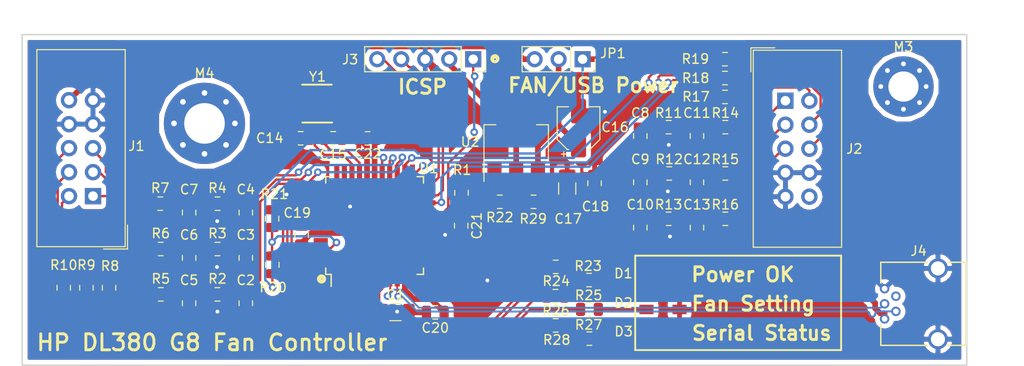
<source format=kicad_pcb>
(kicad_pcb (version 20171130) (host pcbnew "(5.0.2)-1")
  (layers (0 F.Cu signal) (31 B.Cu signal) (34 B.Paste user) (35 F.Paste user) (36 B.SilkS user) (37 F.SilkS user) (38 B.Mask user) (39 F.Mask user) (44 Edge.Cuts user))
  (net 0 "")
  (net 1 "Net-(C1-Pad1)")
  (net 2 GND)
  (net 3 /IN_1)
  (net 4 /IN_2)
  (net 5 /IN_3)
  (net 6 "Net-(C5-Pad1)")
  (net 7 "Net-(C6-Pad1)")
  (net 8 "Net-(C7-Pad1)")
  (net 9 /IN_4)
  (net 10 /IN_5)
  (net 11 /IN_6)
  (net 12 "Net-(C11-Pad1)")
  (net 13 "Net-(C12-Pad1)")
  (net 14 "Net-(C13-Pad1)")
  (net 15 "Net-(C14-Pad2)")
  (net 16 "Net-(C15-Pad2)")
  (net 17 VPP)
  (net 18 +3V3)
  (net 19 "Net-(D1-Pad2)")
  (net 20 "Net-(D1-Pad1)")
  (net 21 "Net-(D2-Pad1)")
  (net 22 "Net-(D2-Pad2)")
  (net 23 "Net-(D3-Pad2)")
  (net 24 "Net-(D3-Pad1)")
  (net 25 +12V)
  (net 26 "Net-(J1-Pad6)")
  (net 27 "Net-(J1-Pad5)")
  (net 28 "Net-(J1-Pad4)")
  (net 29 "Net-(J1-Pad3)")
  (net 30 "Net-(J1-Pad2)")
  (net 31 "Net-(J1-Pad1)")
  (net 32 "Net-(J2-Pad1)")
  (net 33 "Net-(J2-Pad2)")
  (net 34 "Net-(J2-Pad3)")
  (net 35 "Net-(J2-Pad4)")
  (net 36 "Net-(J2-Pad5)")
  (net 37 "Net-(J2-Pad6)")
  (net 38 "Net-(J2-Pad10)")
  (net 39 /RESET)
  (net 40 /PG_DAT)
  (net 41 /PG_CKL)
  (net 42 VBUS)
  (net 43 /OUT_1)
  (net 44 /OUT_2)
  (net 45 /OUT_3)
  (net 46 /OUT_4)
  (net 47 /OUT_5)
  (net 48 /OUT_6)
  (net 49 "Net-(R20-Pad2)")
  (net 50 "Net-(R22-Pad1)")
  (net 51 /LED_1_GREEN)
  (net 52 /LED_1_RED)
  (net 53 /LED_2_GREEN)
  (net 54 /LED_2_RED)
  (net 55 /LED_3_GREEN)
  (net 56 /LED_3_RED)
  (net 57 "Net-(U1-Pad6)")
  (net 58 /USB_D+)
  (net 59 /USB_D-)
  (net 60 "Net-(U1-Pad12)")
  (net 61 "Net-(U1-Pad13)")
  (net 62 "Net-(U1-Pad19)")
  (net 63 "Net-(U1-Pad32)")
  (net 64 "Net-(U1-Pad33)")
  (net 65 "Net-(U1-Pad34)")
  (net 66 "Net-(U1-Pad35)")
  (net 67 "Net-(U1-Pad43)")
  (net 68 "Net-(J4-Pad4)")
  (net 69 "Net-(U1-Pad41)")
  (module Resistor_SMD:R_0805_2012Metric (layer F.Cu) (at 101.7 47.3 180)
    (fp_text reference R12 (at 0 1.5 180) (layer F.SilkS))
    (fp_text value 10k)
    (pad 1 smd roundrect (at -0.9375 0 180) (size 0.975 1.4) (layers F.Cu F.Paste F.Mask) (net 13 "Net-(C12-Pad1)"))
    (pad 2 smd roundrect (at 0.9375 0 180) (size 0.975 1.4) (layers F.Cu F.Paste F.Mask) (net 10 /IN_5))
  )
  (module MountingHole:MountingHole_4.3mm_M4_Pad_Via (layer F.Cu) (at 52.5 42)
    (fp_text reference M4 (at 0 -5.3) (layer F.SilkS))
    (fp_text value MountingHole_4.3mm_M4_Pad_Via)
    (pad 1 thru_hole circle (at 2.280419 -2.280419) (size 0.9 0.9) (drill 0.6) (layers *.Cu *.Mask))
    (pad 1 thru_hole circle (at 0 -3.225) (size 0.9 0.9) (drill 0.6) (layers *.Cu *.Mask))
    (pad 1 thru_hole circle (at -2.280419 -2.280419) (size 0.9 0.9) (drill 0.6) (layers *.Cu *.Mask))
    (pad 1 thru_hole circle (at -3.225 0) (size 0.9 0.9) (drill 0.6) (layers *.Cu *.Mask))
    (pad 1 thru_hole circle (at -2.280419 2.280419) (size 0.9 0.9) (drill 0.6) (layers *.Cu *.Mask))
    (pad 1 thru_hole circle (at 0 3.225) (size 0.9 0.9) (drill 0.6) (layers *.Cu *.Mask))
    (pad 1 thru_hole circle (at 2.280419 2.280419) (size 0.9 0.9) (drill 0.6) (layers *.Cu *.Mask))
    (pad 1 thru_hole circle (at 3.225 0) (size 0.9 0.9) (drill 0.6) (layers *.Cu *.Mask))
    (pad 1 thru_hole circle (at 0 0) (size 8.6 8.6) (drill 4.3) (layers *.Cu *.Mask))
  )
  (module Capacitor_SMD:C_1206_3216Metric (layer F.Cu) (at 72.7232 61.976)
    (fp_text reference C1 (at 0 -1.82) (layer F.SilkS))
    (fp_text value 10u)
    (pad 1 smd roundrect (at -1.4 0) (size 1.25 1.75) (layers F.Cu F.Paste F.Mask) (roundrect_rratio 0.2) (net 1 "Net-(C1-Pad1)"))
    (pad 2 smd roundrect (at 1.4 0) (size 1.25 1.75) (layers F.Cu F.Paste F.Mask) (roundrect_rratio 0.2) (net 2 GND))
  )
  (module Capacitor_SMD:C_0805_2012Metric (layer F.Cu) (at 56.875 61.0375 270)
    (fp_text reference C2 (at -2.4375 0) (layer F.SilkS))
    (fp_text value 100n)
    (pad 2 smd roundrect (at 0.9375 0 270) (size 0.975 1.4) (layers F.Cu F.Paste F.Mask) (net 2 GND))
    (pad 1 smd roundrect (at -0.9375 0 270) (size 0.975 1.4) (layers F.Cu F.Paste F.Mask) (net 3 /IN_1))
  )
  (module Capacitor_SMD:C_0805_2012Metric (layer F.Cu) (at 56.875 56.2375 270)
    (fp_text reference C3 (at -2.4375 0) (layer F.SilkS))
    (fp_text value 100n)
    (pad 2 smd roundrect (at 0.9375 0 270) (size 0.975 1.4) (layers F.Cu F.Paste F.Mask) (net 2 GND))
    (pad 1 smd roundrect (at -0.9375 0 270) (size 0.975 1.4) (layers F.Cu F.Paste F.Mask) (net 4 /IN_2))
  )
  (module Capacitor_SMD:C_0805_2012Metric (layer F.Cu) (at 56.875 51.4375 270)
    (fp_text reference C4 (at -2.4375 0) (layer F.SilkS))
    (fp_text value 100n)
    (pad 2 smd roundrect (at 0.9375 0 270) (size 0.975 1.4) (layers F.Cu F.Paste F.Mask) (net 2 GND))
    (pad 1 smd roundrect (at -0.9375 0 270) (size 0.975 1.4) (layers F.Cu F.Paste F.Mask) (net 5 /IN_3))
  )
  (module Capacitor_SMD:C_0805_2012Metric (layer F.Cu) (at 50.875 61.0375 270)
    (fp_text reference C5 (at -2.4375 0 180) (layer F.SilkS))
    (fp_text value 100n)
    (pad 1 smd roundrect (at -0.9375 0 270) (size 0.975 1.4) (layers F.Cu F.Paste F.Mask) (net 6 "Net-(C5-Pad1)"))
    (pad 2 smd roundrect (at 0.9375 0 270) (size 0.975 1.4) (layers F.Cu F.Paste F.Mask) (net 2 GND))
  )
  (module Capacitor_SMD:C_0805_2012Metric (layer F.Cu) (at 50.875 56.2375 270)
    (fp_text reference C6 (at -2.4375 0) (layer F.SilkS))
    (fp_text value 100n)
    (pad 1 smd roundrect (at -0.9375 0 270) (size 0.975 1.4) (layers F.Cu F.Paste F.Mask) (net 7 "Net-(C6-Pad1)"))
    (pad 2 smd roundrect (at 0.9375 0 270) (size 0.975 1.4) (layers F.Cu F.Paste F.Mask) (net 2 GND))
  )
  (module Capacitor_SMD:C_0805_2012Metric (layer F.Cu) (at 50.875 51.4375 270)
    (fp_text reference C7 (at -2.4375 0) (layer F.SilkS))
    (fp_text value 100n)
    (pad 1 smd roundrect (at -0.9375 0 270) (size 0.975 1.4) (layers F.Cu F.Paste F.Mask) (net 8 "Net-(C7-Pad1)"))
    (pad 2 smd roundrect (at 0.9375 0 270) (size 0.975 1.4) (layers F.Cu F.Paste F.Mask) (net 2 GND))
  )
  (module Capacitor_SMD:C_0805_2012Metric (layer F.Cu) (at 98.6375 43.3375 270)
    (fp_text reference C8 (at -2.4375 0) (layer F.SilkS))
    (fp_text value 100n)
    (pad 1 smd roundrect (at -0.9375 0 270) (size 0.975 1.4) (layers F.Cu F.Paste F.Mask) (net 9 /IN_4))
    (pad 2 smd roundrect (at 0.9375 0 270) (size 0.975 1.4) (layers F.Cu F.Paste F.Mask) (net 2 GND))
  )
  (module Capacitor_SMD:C_0805_2012Metric (layer F.Cu) (at 98.6375 48.2375 270)
    (fp_text reference C9 (at -2.4375 0) (layer F.SilkS))
    (fp_text value 100n)
    (pad 1 smd roundrect (at -0.9375 0 270) (size 0.975 1.4) (layers F.Cu F.Paste F.Mask) (net 10 /IN_5))
    (pad 2 smd roundrect (at 0.9375 0 270) (size 0.975 1.4) (layers F.Cu F.Paste F.Mask) (net 2 GND))
  )
  (module Capacitor_SMD:C_0805_2012Metric (layer F.Cu) (at 98.6375 53.0375 270)
    (fp_text reference C10 (at -2.4375 0) (layer F.SilkS))
    (fp_text value 100n)
    (pad 2 smd roundrect (at 0.9375 0 270) (size 0.975 1.4) (layers F.Cu F.Paste F.Mask) (net 2 GND))
    (pad 1 smd roundrect (at -0.9375 0 270) (size 0.975 1.4) (layers F.Cu F.Paste F.Mask) (net 11 /IN_6))
  )
  (module Capacitor_SMD:C_0805_2012Metric (layer F.Cu) (at 104.6375 43.3375 270)
    (fp_text reference C11 (at -2.4375 0) (layer F.SilkS))
    (fp_text value 100n)
    (pad 1 smd roundrect (at -0.9375 0 270) (size 0.975 1.4) (layers F.Cu F.Paste F.Mask) (net 12 "Net-(C11-Pad1)"))
    (pad 2 smd roundrect (at 0.9375 0 270) (size 0.975 1.4) (layers F.Cu F.Paste F.Mask) (net 2 GND))
  )
  (module Capacitor_SMD:C_0805_2012Metric (layer F.Cu) (at 104.6375 48.2375 270)
    (fp_text reference C12 (at -2.4375 0) (layer F.SilkS))
    (fp_text value 100n)
    (pad 1 smd roundrect (at -0.9375 0 270) (size 0.975 1.4) (layers F.Cu F.Paste F.Mask) (net 13 "Net-(C12-Pad1)"))
    (pad 2 smd roundrect (at 0.9375 0 270) (size 0.975 1.4) (layers F.Cu F.Paste F.Mask) (net 2 GND))
  )
  (module Capacitor_SMD:C_0805_2012Metric (layer F.Cu) (at 104.6375 53.0375 270)
    (fp_text reference C13 (at -2.4375 0) (layer F.SilkS))
    (fp_text value 100n)
    (pad 2 smd roundrect (at 0.9375 0 270) (size 0.975 1.4) (layers F.Cu F.Paste F.Mask) (net 2 GND))
    (pad 1 smd roundrect (at -0.9375 0 270) (size 0.975 1.4) (layers F.Cu F.Paste F.Mask) (net 14 "Net-(C13-Pad1)"))
  )
  (module Capacitor_SMD:C_0805_2012Metric (layer F.Cu) (at 62.683842 43.577789)
    (fp_text reference C14 (at -3.273242 -0.016789) (layer F.SilkS))
    (fp_text value 15p)
    (pad 1 smd roundrect (at -0.9375 0) (size 0.975 1.4) (layers F.Cu F.Paste F.Mask) (net 2 GND))
    (pad 2 smd roundrect (at 0.9375 0) (size 0.975 1.4) (layers F.Cu F.Paste F.Mask) (net 15 "Net-(C14-Pad2)"))
  )
  (module Capacitor_SMD:C_0805_2012Metric (layer F.Cu) (at 66.121342 43.577789 180)
    (fp_text reference C15 (at 0.017842 -1.723111 180) (layer F.SilkS))
    (fp_text value 15p)
    (pad 2 smd roundrect (at 0.9375 0 180) (size 0.975 1.4) (layers F.Cu F.Paste F.Mask) (net 16 "Net-(C15-Pad2)"))
    (pad 1 smd roundrect (at -0.9375 0 180) (size 0.975 1.4) (layers F.Cu F.Paste F.Mask) (net 2 GND))
  )
  (module Capacitor_SMD:CP_Elec_4x5.4 (layer F.Cu) (at 92.1 42.5 90)
    (fp_text reference C16 (at 0.0947 3.8612) (layer F.SilkS))
    (fp_text value CP)
    (pad 1 smd roundrect (at -1.8 0 90) (size 2.6 1.6) (layers F.Cu F.Paste F.Mask) (roundrect_rratio 0.15625) (net 17 VPP))
    (pad 2 smd roundrect (at 1.8 0 90) (size 2.6 1.6) (layers F.Cu F.Paste F.Mask) (roundrect_rratio 0.15625) (net 2 GND))
  )
  (module Capacitor_SMD:C_1206_3216Metric (layer F.Cu) (at 90.9 48.9 90)
    (fp_text reference C17 (at -3.2 0.1 180) (layer F.SilkS))
    (fp_text value 10u)
    (pad 2 smd roundrect (at 1.4 0 90) (size 1.25 1.75) (layers F.Cu F.Paste F.Mask) (roundrect_rratio 0.2) (net 2 GND))
    (pad 1 smd roundrect (at -1.4 0 90) (size 1.25 1.75) (layers F.Cu F.Paste F.Mask) (roundrect_rratio 0.2) (net 18 +3V3))
  )
  (module Capacitor_SMD:C_0805_2012Metric (layer F.Cu) (at 93.8 48.3375 90)
    (fp_text reference C18 (at -2.4625 0.1 180) (layer F.SilkS))
    (fp_text value 1u)
    (pad 2 smd roundrect (at 0.9375 0 90) (size 0.975 1.4) (layers F.Cu F.Paste F.Mask) (net 2 GND))
    (pad 1 smd roundrect (at -0.9375 0 90) (size 0.975 1.4) (layers F.Cu F.Paste F.Mask) (net 18 +3V3))
  )
  (module "my_footprints:EVL 15-22 R6G6C" (layer F.Cu) (at 101.038747 57.886583 180)
    (fp_text reference D1 (at 4.188547 -0.000017 180) (layer F.SilkS))
    (fp_text value LED_Dual_AACC)
    (pad 4 smd rect (at -1.7526 -0.7112 180) (size 1.5 1) (layers F.Cu F.Paste F.Mask) (net 2 GND))
    (pad 2 smd rect (at 1.7474 -0.7112 180) (size 1.5 1) (layers F.Cu F.Paste F.Mask) (net 19 "Net-(D1-Pad2)"))
    (pad 1 smd rect (at 1.7474 0.6888 180) (size 1.5 1) (layers F.Cu F.Paste F.Mask) (net 20 "Net-(D1-Pad1)"))
    (pad 3 smd rect (at -1.7526 0.6888 180) (size 1.5 1) (layers F.Cu F.Paste F.Mask) (net 2 GND))
  )
  (module "my_footprints:EVL 15-22 R6G6C" (layer F.Cu) (at 101.038747 60.986583 180)
    (fp_text reference D2 (at 4.188547 -0.024217 180) (layer F.SilkS))
    (fp_text value LED_Dual_AACC)
    (pad 3 smd rect (at -1.7526 0.6888 180) (size 1.5 1) (layers F.Cu F.Paste F.Mask) (net 2 GND))
    (pad 1 smd rect (at 1.7474 0.6888 180) (size 1.5 1) (layers F.Cu F.Paste F.Mask) (net 21 "Net-(D2-Pad1)"))
    (pad 2 smd rect (at 1.7474 -0.7112 180) (size 1.5 1) (layers F.Cu F.Paste F.Mask) (net 22 "Net-(D2-Pad2)"))
    (pad 4 smd rect (at -1.7526 -0.7112 180) (size 1.5 1) (layers F.Cu F.Paste F.Mask) (net 2 GND))
  )
  (module "my_footprints:EVL 15-22 R6G6C" (layer F.Cu) (at 101.038747 64.086583 180)
    (fp_text reference D3 (at 4.163147 0.053183 180) (layer F.SilkS))
    (fp_text value LED_Dual_AACC)
    (pad 4 smd rect (at -1.7526 -0.7112 180) (size 1.5 1) (layers F.Cu F.Paste F.Mask) (net 2 GND))
    (pad 2 smd rect (at 1.7474 -0.7112 180) (size 1.5 1) (layers F.Cu F.Paste F.Mask) (net 23 "Net-(D3-Pad2)"))
    (pad 1 smd rect (at 1.7474 0.6888 180) (size 1.5 1) (layers F.Cu F.Paste F.Mask) (net 24 "Net-(D3-Pad1)"))
    (pad 3 smd rect (at -1.7526 0.6888 180) (size 1.5 1) (layers F.Cu F.Paste F.Mask) (net 2 GND))
  )
  (module Connector_IDC:IDC-Header_2x05_P2.54mm_Vertical (layer F.Cu) (at 40.7 49.7 180)
    (fp_text reference J1 (at -4.6 5.3 180) (layer F.SilkS))
    (fp_text value Conn_02x05_Odd_Even)
    (pad 10 thru_hole oval (at 2.54 10.16 180) (size 1.7272 1.7272) (drill 1.016) (layers *.Cu *.Mask) (net 25 +12V))
    (pad 9 thru_hole oval (at 0 10.16 180) (size 1.7272 1.7272) (drill 1.016) (layers *.Cu *.Mask) (net 2 GND))
    (pad 8 thru_hole oval (at 2.54 7.62 180) (size 1.7272 1.7272) (drill 1.016) (layers *.Cu *.Mask) (net 2 GND))
    (pad 7 thru_hole oval (at 0 7.62 180) (size 1.7272 1.7272) (drill 1.016) (layers *.Cu *.Mask) (net 2 GND))
    (pad 6 thru_hole oval (at 2.54 5.08 180) (size 1.7272 1.7272) (drill 1.016) (layers *.Cu *.Mask) (net 26 "Net-(J1-Pad6)"))
    (pad 5 thru_hole oval (at 0 5.08 180) (size 1.7272 1.7272) (drill 1.016) (layers *.Cu *.Mask) (net 27 "Net-(J1-Pad5)"))
    (pad 4 thru_hole oval (at 2.54 2.54 180) (size 1.7272 1.7272) (drill 1.016) (layers *.Cu *.Mask) (net 28 "Net-(J1-Pad4)"))
    (pad 3 thru_hole oval (at 0 2.54 180) (size 1.7272 1.7272) (drill 1.016) (layers *.Cu *.Mask) (net 29 "Net-(J1-Pad3)"))
    (pad 2 thru_hole oval (at 2.54 0 180) (size 1.7272 1.7272) (drill 1.016) (layers *.Cu *.Mask) (net 30 "Net-(J1-Pad2)"))
    (pad 1 thru_hole rect (at 0 0 180) (size 1.7272 1.7272) (drill 1.016) (layers *.Cu *.Mask) (net 31 "Net-(J1-Pad1)"))
  )
  (module Connector_IDC:IDC-Header_2x05_P2.54mm_Vertical (layer F.Cu) (at 114 39.6)
    (fp_text reference J2 (at 7.3 5.1) (layer F.SilkS))
    (fp_text value Conn_02x05_Odd_Even)
    (pad 1 thru_hole rect (at 0 0) (size 1.7272 1.7272) (drill 1.016) (layers *.Cu *.Mask) (net 32 "Net-(J2-Pad1)"))
    (pad 2 thru_hole oval (at 2.54 0) (size 1.7272 1.7272) (drill 1.016) (layers *.Cu *.Mask) (net 33 "Net-(J2-Pad2)"))
    (pad 3 thru_hole oval (at 0 2.54) (size 1.7272 1.7272) (drill 1.016) (layers *.Cu *.Mask) (net 34 "Net-(J2-Pad3)"))
    (pad 4 thru_hole oval (at 2.54 2.54) (size 1.7272 1.7272) (drill 1.016) (layers *.Cu *.Mask) (net 35 "Net-(J2-Pad4)"))
    (pad 5 thru_hole oval (at 0 5.08) (size 1.7272 1.7272) (drill 1.016) (layers *.Cu *.Mask) (net 36 "Net-(J2-Pad5)"))
    (pad 6 thru_hole oval (at 2.54 5.08) (size 1.7272 1.7272) (drill 1.016) (layers *.Cu *.Mask) (net 37 "Net-(J2-Pad6)"))
    (pad 7 thru_hole oval (at 0 7.62) (size 1.7272 1.7272) (drill 1.016) (layers *.Cu *.Mask) (net 2 GND))
    (pad 8 thru_hole oval (at 2.54 7.62) (size 1.7272 1.7272) (drill 1.016) (layers *.Cu *.Mask) (net 2 GND))
    (pad 9 thru_hole oval (at 0 10.16) (size 1.7272 1.7272) (drill 1.016) (layers *.Cu *.Mask) (net 2 GND))
    (pad 10 thru_hole oval (at 2.54 10.16) (size 1.7272 1.7272) (drill 1.016) (layers *.Cu *.Mask) (net 38 "Net-(J2-Pad10)"))
  )
  (module Connector_PinSocket_2.54mm:PinSocket_1x05_P2.54mm_Vertical (layer F.Cu) (at 80.9498 35.2044 270)
    (fp_text reference J3 (at 0.0381 13.0302) (layer F.SilkS))
    (fp_text value ICSP)
    (pad 1 thru_hole rect (at 0 0 270) (size 1.7 1.7) (drill 1) (layers *.Cu *.Mask) (net 39 /RESET))
    (pad 2 thru_hole oval (at 0 2.54 270) (size 1.7 1.7) (drill 1) (layers *.Cu *.Mask) (net 18 +3V3))
    (pad 3 thru_hole oval (at 0 5.08 270) (size 1.7 1.7) (drill 1) (layers *.Cu *.Mask) (net 2 GND))
    (pad 4 thru_hole oval (at 0 7.62 270) (size 1.7 1.7) (drill 1) (layers *.Cu *.Mask) (net 40 /PG_DAT))
    (pad 5 thru_hole oval (at 0 10.16 270) (size 1.7 1.7) (drill 1) (layers *.Cu *.Mask) (net 41 /PG_CKL))
  )
  (module Connector_PinSocket_2.54mm:PinSocket_1x03_P2.54mm_Vertical (layer F.Cu) (at 92.5322 35.2044 270)
    (fp_text reference JP1 (at -0.6223 -3.2004) (layer F.SilkS))
    (fp_text value Jumper_NC_Dual)
    (pad 1 thru_hole rect (at 0 0 270) (size 1.7 1.7) (drill 1) (layers *.Cu *.Mask) (net 42 VBUS))
    (pad 2 thru_hole oval (at 0 2.54 270) (size 1.7 1.7) (drill 1) (layers *.Cu *.Mask) (net 17 VPP))
    (pad 3 thru_hole oval (at 0 5.08 270) (size 1.7 1.7) (drill 1) (layers *.Cu *.Mask) (net 25 +12V))
  )
  (module Resistor_SMD:R_0805_2012Metric (layer F.Cu) (at 79.7052 49.3499 270)
    (fp_text reference R1 (at -2.4107 -0.0762) (layer F.SilkS))
    (fp_text value 10k)
    (pad 1 smd roundrect (at -0.9375 0 270) (size 0.975 1.4) (layers F.Cu F.Paste F.Mask) (net 39 /RESET))
    (pad 2 smd roundrect (at 0.9375 0 270) (size 0.975 1.4) (layers F.Cu F.Paste F.Mask) (net 18 +3V3))
  )
  (module Resistor_SMD:R_0805_2012Metric (layer F.Cu) (at 53.875 60.1)
    (fp_text reference R2 (at 0 -1.65) (layer F.SilkS))
    (fp_text value 10k)
    (pad 2 smd roundrect (at 0.9375 0) (size 0.975 1.4) (layers F.Cu F.Paste F.Mask) (net 3 /IN_1))
    (pad 1 smd roundrect (at -0.9375 0) (size 0.975 1.4) (layers F.Cu F.Paste F.Mask) (net 6 "Net-(C5-Pad1)"))
  )
  (module Resistor_SMD:R_0805_2012Metric (layer F.Cu) (at 53.875 55.3)
    (fp_text reference R3 (at 0 -1.65) (layer F.SilkS))
    (fp_text value 10k)
    (pad 1 smd roundrect (at -0.9375 0) (size 0.975 1.4) (layers F.Cu F.Paste F.Mask) (net 7 "Net-(C6-Pad1)"))
    (pad 2 smd roundrect (at 0.9375 0) (size 0.975 1.4) (layers F.Cu F.Paste F.Mask) (net 4 /IN_2))
  )
  (module Resistor_SMD:R_0805_2012Metric (layer F.Cu) (at 53.875 50.5)
    (fp_text reference R4 (at 0 -1.65) (layer F.SilkS))
    (fp_text value 10k)
    (pad 1 smd roundrect (at -0.9375 0) (size 0.975 1.4) (layers F.Cu F.Paste F.Mask) (net 8 "Net-(C7-Pad1)"))
    (pad 2 smd roundrect (at 0.9375 0) (size 0.975 1.4) (layers F.Cu F.Paste F.Mask) (net 5 /IN_3))
  )
  (module Resistor_SMD:R_0805_2012Metric (layer F.Cu) (at 47.875 60.1)
    (fp_text reference R5 (at 0 -1.65) (layer F.SilkS))
    (fp_text value 10k)
    (pad 1 smd roundrect (at -0.9375 0) (size 0.975 1.4) (layers F.Cu F.Paste F.Mask) (net 31 "Net-(J1-Pad1)"))
    (pad 2 smd roundrect (at 0.9375 0) (size 0.975 1.4) (layers F.Cu F.Paste F.Mask) (net 6 "Net-(C5-Pad1)"))
  )
  (module Resistor_SMD:R_0805_2012Metric (layer F.Cu) (at 47.875 55.3)
    (fp_text reference R6 (at 0 -1.65) (layer F.SilkS))
    (fp_text value 10k)
    (pad 1 smd roundrect (at -0.9375 0) (size 0.975 1.4) (layers F.Cu F.Paste F.Mask) (net 29 "Net-(J1-Pad3)"))
    (pad 2 smd roundrect (at 0.9375 0) (size 0.975 1.4) (layers F.Cu F.Paste F.Mask) (net 7 "Net-(C6-Pad1)"))
  )
  (module Resistor_SMD:R_0805_2012Metric (layer F.Cu) (at 47.8125 50.5)
    (fp_text reference R7 (at 0 -1.65) (layer F.SilkS))
    (fp_text value 10k)
    (pad 2 smd roundrect (at 0.9375 0) (size 0.975 1.4) (layers F.Cu F.Paste F.Mask) (net 8 "Net-(C7-Pad1)"))
    (pad 1 smd roundrect (at -0.9375 0) (size 0.975 1.4) (layers F.Cu F.Paste F.Mask) (net 27 "Net-(J1-Pad5)"))
  )
  (module Resistor_SMD:R_0805_2012Metric (layer F.Cu) (at 42.4 59.4 90)
    (fp_text reference R8 (at 2.3 0.1) (layer F.SilkS))
    (fp_text value 100)
    (pad 1 smd roundrect (at -0.9375 0 90) (size 0.975 1.4) (layers F.Cu F.Paste F.Mask) (net 43 /OUT_1))
    (pad 2 smd roundrect (at 0.9375 0 90) (size 0.975 1.4) (layers F.Cu F.Paste F.Mask) (net 30 "Net-(J1-Pad2)"))
  )
  (module Resistor_SMD:R_0805_2012Metric (layer F.Cu) (at 40 59.4 90)
    (fp_text reference R9 (at 2.4 0 180) (layer F.SilkS))
    (fp_text value 100)
    (pad 1 smd roundrect (at -0.9375 0 90) (size 0.975 1.4) (layers F.Cu F.Paste F.Mask) (net 44 /OUT_2))
    (pad 2 smd roundrect (at 0.9375 0 90) (size 0.975 1.4) (layers F.Cu F.Paste F.Mask) (net 28 "Net-(J1-Pad4)"))
  )
  (module Resistor_SMD:R_0805_2012Metric (layer F.Cu) (at 37.6 59.4 90)
    (fp_text reference R10 (at 2.4 0 180) (layer F.SilkS))
    (fp_text value 100)
    (pad 2 smd roundrect (at 0.9375 0 90) (size 0.975 1.4) (layers F.Cu F.Paste F.Mask) (net 26 "Net-(J1-Pad6)"))
    (pad 1 smd roundrect (at -0.9375 0 90) (size 0.975 1.4) (layers F.Cu F.Paste F.Mask) (net 45 /OUT_3))
  )
  (module Resistor_SMD:R_0805_2012Metric (layer F.Cu) (at 101.6375 42.4 180)
    (fp_text reference R11 (at 0 1.5 180) (layer F.SilkS))
    (fp_text value 10k)
    (pad 1 smd roundrect (at -0.9375 0 180) (size 0.975 1.4) (layers F.Cu F.Paste F.Mask) (net 12 "Net-(C11-Pad1)"))
    (pad 2 smd roundrect (at 0.9375 0 180) (size 0.975 1.4) (layers F.Cu F.Paste F.Mask) (net 9 /IN_4))
  )
  (module Resistor_SMD:R_0805_2012Metric (layer F.Cu) (at 101.6375 52.1 180)
    (fp_text reference R13 (at 0 1.5 180) (layer F.SilkS))
    (fp_text value 10k)
    (pad 1 smd roundrect (at -0.9375 0 180) (size 0.975 1.4) (layers F.Cu F.Paste F.Mask) (net 14 "Net-(C13-Pad1)"))
    (pad 2 smd roundrect (at 0.9375 0 180) (size 0.975 1.4) (layers F.Cu F.Paste F.Mask) (net 11 /IN_6))
  )
  (module Resistor_SMD:R_0805_2012Metric (layer F.Cu) (at 107.6375 42.4 180)
    (fp_text reference R14 (at 0 1.5 180) (layer F.SilkS))
    (fp_text value 10k)
    (pad 2 smd roundrect (at 0.9375 0 180) (size 0.975 1.4) (layers F.Cu F.Paste F.Mask) (net 12 "Net-(C11-Pad1)"))
    (pad 1 smd roundrect (at -0.9375 0 180) (size 0.975 1.4) (layers F.Cu F.Paste F.Mask) (net 32 "Net-(J2-Pad1)"))
  )
  (module Resistor_SMD:R_0805_2012Metric (layer F.Cu) (at 107.6375 47.3 180)
    (fp_text reference R15 (at 0 1.5 180) (layer F.SilkS))
    (fp_text value 10k)
    (pad 2 smd roundrect (at 0.9375 0 180) (size 0.975 1.4) (layers F.Cu F.Paste F.Mask) (net 13 "Net-(C12-Pad1)"))
    (pad 1 smd roundrect (at -0.9375 0 180) (size 0.975 1.4) (layers F.Cu F.Paste F.Mask) (net 34 "Net-(J2-Pad3)"))
  )
  (module Resistor_SMD:R_0805_2012Metric (layer F.Cu) (at 107.6375 52.1 180)
    (fp_text reference R16 (at 0 1.5 180) (layer F.SilkS))
    (fp_text value 10k)
    (pad 2 smd roundrect (at 0.9375 0 180) (size 0.975 1.4) (layers F.Cu F.Paste F.Mask) (net 14 "Net-(C13-Pad1)"))
    (pad 1 smd roundrect (at -0.9375 0 180) (size 0.975 1.4) (layers F.Cu F.Paste F.Mask) (net 36 "Net-(J2-Pad5)"))
  )
  (module Resistor_SMD:R_0805_2012Metric (layer F.Cu) (at 107.6 39.2)
    (fp_text reference R17 (at -3.0663 -0.0205) (layer F.SilkS))
    (fp_text value 100)
    (pad 2 smd roundrect (at 0.9375 0) (size 0.975 1.4) (layers F.Cu F.Paste F.Mask) (net 33 "Net-(J2-Pad2)"))
    (pad 1 smd roundrect (at -0.9375 0) (size 0.975 1.4) (layers F.Cu F.Paste F.Mask) (net 46 /OUT_4))
  )
  (module Resistor_SMD:R_0805_2012Metric (layer F.Cu) (at 107.6 37.2)
    (fp_text reference R18 (at -3.1044 0.011) (layer F.SilkS))
    (fp_text value 100)
    (pad 1 smd roundrect (at -0.9375 0) (size 0.975 1.4) (layers F.Cu F.Paste F.Mask) (net 47 /OUT_5))
    (pad 2 smd roundrect (at 0.9375 0) (size 0.975 1.4) (layers F.Cu F.Paste F.Mask) (net 35 "Net-(J2-Pad4)"))
  )
  (module Resistor_SMD:R_0805_2012Metric (layer F.Cu) (at 107.6 35.2)
    (fp_text reference R19 (at -3.1298 -0.021) (layer F.SilkS))
    (fp_text value 100)
    (pad 2 smd roundrect (at 0.9375 0) (size 0.975 1.4) (layers F.Cu F.Paste F.Mask) (net 37 "Net-(J2-Pad6)"))
    (pad 1 smd roundrect (at -0.9375 0) (size 0.975 1.4) (layers F.Cu F.Paste F.Mask) (net 48 /OUT_6))
  )
  (module Resistor_SMD:R_0805_2012Metric (layer F.Cu) (at 59.69 56.9745 90)
    (fp_text reference R20 (at -2.398 0.0762 180) (layer F.SilkS))
    (fp_text value 100)
    (pad 2 smd roundrect (at 0.9375 0 90) (size 0.975 1.4) (layers F.Cu F.Paste F.Mask) (net 49 "Net-(R20-Pad2)"))
    (pad 1 smd roundrect (at -0.9375 0 90) (size 0.975 1.4) (layers F.Cu F.Paste F.Mask) (net 42 VBUS))
  )
  (module Resistor_SMD:R_0805_2012Metric (layer F.Cu) (at 59.654942 52.082089 270)
    (fp_text reference R21 (at -2.590189 -0.250958) (layer F.SilkS))
    (fp_text value 100K)
    (pad 2 smd roundrect (at 0.9375 0 270) (size 0.975 1.4) (layers F.Cu F.Paste F.Mask) (net 49 "Net-(R20-Pad2)"))
    (pad 1 smd roundrect (at -0.9375 0 270) (size 0.975 1.4) (layers F.Cu F.Paste F.Mask) (net 2 GND))
  )
  (module Resistor_SMD:R_0805_2012Metric (layer F.Cu) (at 83.7625 50.3 180)
    (fp_text reference R22 (at 0 -1.65 180) (layer F.SilkS))
    (fp_text value 390)
    (pad 1 smd roundrect (at -0.9375 0 180) (size 0.975 1.4) (layers F.Cu F.Paste F.Mask) (net 50 "Net-(R22-Pad1)"))
    (pad 2 smd roundrect (at 0.9375 0 180) (size 0.975 1.4) (layers F.Cu F.Paste F.Mask) (net 2 GND))
  )
  (module Resistor_SMD:R_0805_2012Metric (layer F.Cu) (at 89.681847 57.186583 180)
    (fp_text reference R23 (at -3.434553 0.087383 180) (layer F.SilkS))
    (fp_text value 470)
    (pad 2 smd roundrect (at 0.9375 0 180) (size 0.975 1.4) (layers F.Cu F.Paste F.Mask) (net 51 /LED_1_GREEN))
    (pad 1 smd roundrect (at -0.9375 0 180) (size 0.975 1.4) (layers F.Cu F.Paste F.Mask) (net 20 "Net-(D1-Pad1)"))
  )
  (module Resistor_SMD:R_0805_2012Metric (layer F.Cu) (at 93.219347 58.586583 180)
    (fp_text reference R24 (at 3.481147 -0.112817 180) (layer F.SilkS))
    (fp_text value 470)
    (pad 1 smd roundrect (at -0.9375 0 180) (size 0.975 1.4) (layers F.Cu F.Paste F.Mask) (net 19 "Net-(D1-Pad2)"))
    (pad 2 smd roundrect (at 0.9375 0 180) (size 0.975 1.4) (layers F.Cu F.Paste F.Mask) (net 52 /LED_1_RED))
  )
  (module Resistor_SMD:R_0805_2012Metric (layer F.Cu) (at 89.656847 60.286583 180)
    (fp_text reference R25 (at -3.510353 0.088583 180) (layer F.SilkS))
    (fp_text value 470)
    (pad 2 smd roundrect (at 0.9375 0 180) (size 0.975 1.4) (layers F.Cu F.Paste F.Mask) (net 53 /LED_2_GREEN))
    (pad 1 smd roundrect (at -0.9375 0 180) (size 0.975 1.4) (layers F.Cu F.Paste F.Mask) (net 21 "Net-(D2-Pad1)"))
  )
  (module Resistor_SMD:R_0805_2012Metric (layer F.Cu) (at 93.256847 61.686583 180)
    (fp_text reference R26 (at 3.544047 -0.162417 180) (layer F.SilkS))
    (fp_text value 470)
    (pad 1 smd roundrect (at -0.9375 0 180) (size 0.975 1.4) (layers F.Cu F.Paste F.Mask) (net 22 "Net-(D2-Pad2)"))
    (pad 2 smd roundrect (at 0.9375 0 180) (size 0.975 1.4) (layers F.Cu F.Paste F.Mask) (net 54 /LED_2_RED))
  )
  (module Resistor_SMD:R_0805_2012Metric (layer F.Cu) (at 89.681847 63.386583 180)
    (fp_text reference R27 (at -3.485353 0.064383 180) (layer F.SilkS))
    (fp_text value 470)
    (pad 2 smd roundrect (at 0.9375 0 180) (size 0.975 1.4) (layers F.Cu F.Paste F.Mask) (net 55 /LED_3_GREEN))
    (pad 1 smd roundrect (at -0.9375 0 180) (size 0.975 1.4) (layers F.Cu F.Paste F.Mask) (net 24 "Net-(D3-Pad1)"))
  )
  (module Resistor_SMD:R_0805_2012Metric (layer F.Cu) (at 93.256847 64.786583 180)
    (fp_text reference R28 (at 3.467847 -0.135817 180) (layer F.SilkS))
    (fp_text value 470)
    (pad 1 smd roundrect (at -0.9375 0 180) (size 0.975 1.4) (layers F.Cu F.Paste F.Mask) (net 23 "Net-(D3-Pad2)"))
    (pad 2 smd roundrect (at 0.9375 0 180) (size 0.975 1.4) (layers F.Cu F.Paste F.Mask) (net 56 /LED_3_RED))
  )
  (module Resistor_SMD:R_0805_2012Metric (layer F.Cu) (at 87.3375 50.3 180)
    (fp_text reference R29 (at 0.0375 -1.8 180) (layer F.SilkS))
    (fp_text value 240)
    (pad 2 smd roundrect (at 0.9375 0 180) (size 0.975 1.4) (layers F.Cu F.Paste F.Mask) (net 50 "Net-(R22-Pad1)"))
    (pad 1 smd roundrect (at -0.9375 0 180) (size 0.975 1.4) (layers F.Cu F.Paste F.Mask) (net 18 +3V3))
  )
  (module Package_QFP:TQFP-44_10x10mm_P0.8mm (layer F.Cu) (at 70.510742 52.811189 90)
    (fp_text reference U1 (at 6.049789 5.740058 180) (layer F.SilkS))
    (fp_text value PIC24FJ128GB204)
    (pad 1 smd rect (at -5.7 -4 90) (size 1.5 0.55) (layers F.Cu F.Paste F.Mask) (net 55 /LED_3_GREEN))
    (pad 2 smd rect (at -5.7 -3.2 90) (size 1.5 0.55) (layers F.Cu F.Paste F.Mask) (net 54 /LED_2_RED))
    (pad 3 smd rect (at -5.7 -2.4 90) (size 1.5 0.55) (layers F.Cu F.Paste F.Mask) (net 53 /LED_2_GREEN))
    (pad 4 smd rect (at -5.7 -1.6 90) (size 1.5 0.55) (layers F.Cu F.Paste F.Mask) (net 52 /LED_1_RED))
    (pad 5 smd rect (at -5.7 -0.8 90) (size 1.5 0.55) (layers F.Cu F.Paste F.Mask) (net 51 /LED_1_GREEN))
    (pad 6 smd rect (at -5.7 0 90) (size 1.5 0.55) (layers F.Cu F.Paste F.Mask) (net 57 "Net-(U1-Pad6)"))
    (pad 7 smd rect (at -5.7 0.8 90) (size 1.5 0.55) (layers F.Cu F.Paste F.Mask) (net 1 "Net-(C1-Pad1)"))
    (pad 8 smd rect (at -5.7 1.6 90) (size 1.5 0.55) (layers F.Cu F.Paste F.Mask) (net 58 /USB_D+))
    (pad 9 smd rect (at -5.7 2.4 90) (size 1.5 0.55) (layers F.Cu F.Paste F.Mask) (net 59 /USB_D-))
    (pad 10 smd rect (at -5.7 3.2 90) (size 1.5 0.55) (layers F.Cu F.Paste F.Mask) (net 18 +3V3))
    (pad 11 smd rect (at -5.7 4 90) (size 1.5 0.55) (layers F.Cu F.Paste F.Mask) (net 11 /IN_6))
    (pad 12 smd rect (at -4 5.7 180) (size 1.5 0.55) (layers F.Cu F.Paste F.Mask) (net 60 "Net-(U1-Pad12)"))
    (pad 13 smd rect (at -3.2 5.7 180) (size 1.5 0.55) (layers F.Cu F.Paste F.Mask) (net 61 "Net-(U1-Pad13)"))
    (pad 14 smd rect (at -2.4 5.7 180) (size 1.5 0.55) (layers F.Cu F.Paste F.Mask) (net 10 /IN_5))
    (pad 15 smd rect (at -1.6 5.7 180) (size 1.5 0.55) (layers F.Cu F.Paste F.Mask) (net 9 /IN_4))
    (pad 16 smd rect (at -0.8 5.7 180) (size 1.5 0.55) (layers F.Cu F.Paste F.Mask) (net 2 GND))
    (pad 17 smd rect (at 0 5.7 180) (size 1.5 0.55) (layers F.Cu F.Paste F.Mask) (net 18 +3V3))
    (pad 18 smd rect (at 0.8 5.7 180) (size 1.5 0.55) (layers F.Cu F.Paste F.Mask) (net 39 /RESET))
    (pad 19 smd rect (at 1.6 5.7 180) (size 1.5 0.55) (layers F.Cu F.Paste F.Mask) (net 62 "Net-(U1-Pad19)"))
    (pad 20 smd rect (at 2.4 5.7 180) (size 1.5 0.55) (layers F.Cu F.Paste F.Mask) (net 46 /OUT_4))
    (pad 21 smd rect (at 3.2 5.7 180) (size 1.5 0.55) (layers F.Cu F.Paste F.Mask) (net 40 /PG_DAT))
    (pad 22 smd rect (at 4 5.7 180) (size 1.5 0.55) (layers F.Cu F.Paste F.Mask) (net 41 /PG_CKL))
    (pad 23 smd rect (at 5.7 4 90) (size 1.5 0.55) (layers F.Cu F.Paste F.Mask) (net 47 /OUT_5))
    (pad 24 smd rect (at 5.7 3.2 90) (size 1.5 0.55) (layers F.Cu F.Paste F.Mask) (net 48 /OUT_6))
    (pad 25 smd rect (at 5.7 2.4 90) (size 1.5 0.55) (layers F.Cu F.Paste F.Mask) (net 3 /IN_1))
    (pad 26 smd rect (at 5.7 1.6 90) (size 1.5 0.55) (layers F.Cu F.Paste F.Mask) (net 4 /IN_2))
    (pad 27 smd rect (at 5.7 0.8 90) (size 1.5 0.55) (layers F.Cu F.Paste F.Mask) (net 5 /IN_3))
    (pad 28 smd rect (at 5.7 0 90) (size 1.5 0.55) (layers F.Cu F.Paste F.Mask) (net 18 +3V3))
    (pad 29 smd rect (at 5.7 -0.8 90) (size 1.5 0.55) (layers F.Cu F.Paste F.Mask) (net 2 GND))
    (pad 30 smd rect (at 5.7 -1.6 90) (size 1.5 0.55) (layers F.Cu F.Paste F.Mask) (net 16 "Net-(C15-Pad2)"))
    (pad 31 smd rect (at 5.7 -2.4 90) (size 1.5 0.55) (layers F.Cu F.Paste F.Mask) (net 15 "Net-(C14-Pad2)"))
    (pad 32 smd rect (at 5.7 -3.2 90) (size 1.5 0.55) (layers F.Cu F.Paste F.Mask) (net 63 "Net-(U1-Pad32)"))
    (pad 33 smd rect (at 5.7 -4 90) (size 1.5 0.55) (layers F.Cu F.Paste F.Mask) (net 64 "Net-(U1-Pad33)"))
    (pad 34 smd rect (at 4 -5.7 180) (size 1.5 0.55) (layers F.Cu F.Paste F.Mask) (net 65 "Net-(U1-Pad34)"))
    (pad 35 smd rect (at 3.2 -5.7 180) (size 1.5 0.55) (layers F.Cu F.Paste F.Mask) (net 66 "Net-(U1-Pad35)"))
    (pad 36 smd rect (at 2.4 -5.7 180) (size 1.5 0.55) (layers F.Cu F.Paste F.Mask) (net 43 /OUT_1))
    (pad 37 smd rect (at 1.6 -5.7 180) (size 1.5 0.55) (layers F.Cu F.Paste F.Mask) (net 44 /OUT_2))
    (pad 38 smd rect (at 0.8 -5.7 180) (size 1.5 0.55) (layers F.Cu F.Paste F.Mask) (net 45 /OUT_3))
    (pad 39 smd rect (at 0 -5.7 180) (size 1.5 0.55) (layers F.Cu F.Paste F.Mask) (net 2 GND))
    (pad 40 smd rect (at -0.8 -5.7 180) (size 1.5 0.55) (layers F.Cu F.Paste F.Mask) (net 18 +3V3))
    (pad 41 smd rect (at -1.6 -5.7 180) (size 1.5 0.55) (layers F.Cu F.Paste F.Mask) (net 69 "Net-(U1-Pad41)"))
    (pad 42 smd rect (at -2.4 -5.7 180) (size 1.5 0.55) (layers F.Cu F.Paste F.Mask) (net 49 "Net-(R20-Pad2)"))
    (pad 43 smd rect (at -3.2 -5.7 180) (size 1.5 0.55) (layers F.Cu F.Paste F.Mask) (net 67 "Net-(U1-Pad43)"))
    (pad 44 smd rect (at -4 -5.7 180) (size 1.5 0.55) (layers F.Cu F.Paste F.Mask) (net 56 /LED_3_RED))
  )
  (module Package_TO_SOT_SMD:SOT-223-3_TabPin2 (layer F.Cu) (at 85.5 44.05 90)
    (fp_text reference U2 (at 0.0953 -4.8677 180) (layer F.SilkS))
    (fp_text value LM317_3PinPackage)
    (pad 2 smd rect (at 3.15 0 90) (size 2 3.8) (layers F.Cu F.Paste F.Mask) (net 18 +3V3))
    (pad 2 smd rect (at -3.15 0 90) (size 2 1.5) (layers F.Cu F.Paste F.Mask) (net 18 +3V3))
    (pad 3 smd rect (at -3.15 2.3 90) (size 2 1.5) (layers F.Cu F.Paste F.Mask) (net 17 VPP))
    (pad 1 smd rect (at -3.15 -2.3 90) (size 2 1.5) (layers F.Cu F.Paste F.Mask) (net 50 "Net-(R22-Pad1)"))
  )
  (module my_footprints:smd_quarz (layer F.Cu) (at 64.421342 39.927789)
    (fp_text reference Y1 (at 0.043858 -2.869189) (layer F.SilkS))
    (fp_text value "8 MHz")
    (pad "" smd rect (at -3.1 -1.25) (size 2.3 1.4) (layers F.Cu F.Paste F.Mask))
    (pad 2 smd rect (at 3.1 -1.25 180) (size 2.3 1.4) (layers F.Cu F.Paste F.Mask) (net 16 "Net-(C15-Pad2)"))
    (pad 1 smd rect (at -3.1 1.25) (size 2.3 1.4) (layers F.Cu F.Paste F.Mask) (net 15 "Net-(C14-Pad2)"))
    (pad "" smd rect (at 3.1 1.25) (size 2.3 1.4) (layers F.Cu F.Paste F.Mask))
  )
  (module my_footprints:USB_BWM (layer F.Cu) (at 128.1 61.1 90)
    (fp_text reference J4 (at 5.6 0 180) (layer F.SilkS))
    (fp_text value USB_B_Micro)
    (pad 3 thru_hole circle (at 0 -3.6 90) (size 1 1) (drill 0.6) (layers *.Cu *.Mask) (net 58 /USB_D+))
    (pad 5 thru_hole circle (at 1.6 -3.6 90) (size 1 1) (drill 0.6) (layers *.Cu *.Mask) (net 2 GND))
    (pad 1 thru_hole circle (at -1.6 -3.6 90) (size 1 1) (drill 0.6) (layers *.Cu *.Mask) (net 42 VBUS))
    (pad 2 thru_hole circle (at -0.8 -2.4 90) (size 1 1) (drill 0.6) (layers *.Cu *.Mask) (net 59 /USB_D-))
    (pad 4 thru_hole circle (at 0.8 -2.4 90) (size 1 1) (drill 0.6) (layers *.Cu *.Mask) (net 68 "Net-(J4-Pad4)"))
    (pad 6 thru_hole oval (at 3.75 2.05 90) (size 2.1 2.1) (drill oval 1.5) (layers *.Cu *.Mask) (net 2 GND))
    (pad 6 thru_hole oval (at -3.75 2.05 90) (size 2.1 2.1) (drill oval 1.5) (layers *.Cu *.Mask) (net 2 GND))
  )
  (module MountingHole:MountingHole_3.2mm_M3_Pad_Via (layer F.Cu) (at 126.5 38.1)
    (fp_text reference M3 (at 0 -4.2) (layer F.SilkS))
    (fp_text value MountingHole_3.2mm_M3_Pad_Via)
    (pad 1 thru_hole circle (at 1.697056 -1.697056) (size 0.8 0.8) (drill 0.5) (layers *.Cu *.Mask))
    (pad 1 thru_hole circle (at 0 -2.4) (size 0.8 0.8) (drill 0.5) (layers *.Cu *.Mask))
    (pad 1 thru_hole circle (at -1.697056 -1.697056) (size 0.8 0.8) (drill 0.5) (layers *.Cu *.Mask))
    (pad 1 thru_hole circle (at -2.4 0) (size 0.8 0.8) (drill 0.5) (layers *.Cu *.Mask))
    (pad 1 thru_hole circle (at -1.697056 1.697056) (size 0.8 0.8) (drill 0.5) (layers *.Cu *.Mask))
    (pad 1 thru_hole circle (at 0 2.4) (size 0.8 0.8) (drill 0.5) (layers *.Cu *.Mask))
    (pad 1 thru_hole circle (at 1.697056 1.697056) (size 0.8 0.8) (drill 0.5) (layers *.Cu *.Mask))
    (pad 1 thru_hole circle (at 2.4 0) (size 0.8 0.8) (drill 0.5) (layers *.Cu *.Mask))
    (pad 1 thru_hole circle (at 0 0) (size 6.4 6.4) (drill 3.2) (layers *.Cu *.Mask))
  )
  (module Capacitor_SMD:C_0805_2012Metric (layer F.Cu) (at 62.7888 53.8203 90)
    (fp_text reference C19 (at 2.3472 -0.4699 180) (layer F.SilkS))
    (fp_text value C_Small)
    (pad 1 smd roundrect (at -0.9375 0 90) (size 0.975 1.4) (layers F.Cu F.Paste F.Mask) (net 18 +3V3))
    (pad 2 smd roundrect (at 0.9375 0 90) (size 0.975 1.4) (layers F.Cu F.Paste F.Mask) (net 2 GND))
  )
  (module Capacitor_SMD:C_0805_2012Metric (layer F.Cu) (at 76.9343 62.0014 180)
    (fp_text reference C20 (at 0 -1.65 180) (layer F.SilkS))
    (fp_text value C_Small)
    (pad 2 smd roundrect (at 0.9375 0 180) (size 0.975 1.4) (layers F.Cu F.Paste F.Mask) (net 2 GND))
    (pad 1 smd roundrect (at -0.9375 0 180) (size 0.975 1.4) (layers F.Cu F.Paste F.Mask) (net 18 +3V3))
  )
  (module Capacitor_SMD:C_0805_2012Metric (layer F.Cu) (at 79.6798 52.8343 270)
    (fp_text reference C21 (at 0 -1.65 270) (layer F.SilkS))
    (fp_text value C_Small)
    (pad 1 smd roundrect (at -0.9375 0 270) (size 0.975 1.4) (layers F.Cu F.Paste F.Mask) (net 18 +3V3))
    (pad 2 smd roundrect (at 0.9375 0 270) (size 0.975 1.4) (layers F.Cu F.Paste F.Mask) (net 2 GND))
  )
  (module Capacitor_SMD:C_0805_2012Metric (layer F.Cu) (at 69.7715 43.5864 180)
    (fp_text reference C22 (at 0 -1.65 180) (layer F.SilkS))
    (fp_text value C_Small)
    (pad 2 smd roundrect (at 0.9375 0 180) (size 0.975 1.4) (layers F.Cu F.Paste F.Mask) (net 2 GND))
    (pad 1 smd roundrect (at -0.9375 0 180) (size 0.975 1.4) (layers F.Cu F.Paste F.Mask) (net 18 +3V3))
  )
  (gr_text "ICSP\n" (at 75.5777 38.1381) (layer F.SilkS) (effects (font (size 1.5 1.5) (thickness 0.3))))
  (gr_circle (center 83.2485 35.1536) (end 83.3501 35.5219) (layer F.SilkS) (width 0.2))
  (gr_circle (center 83.2612 35.179) (end 83.2866 35.433) (layer F.SilkS) (width 0.2))
  (gr_circle (center 83.2612 35.2044) (end 83.2993 35.2806) (layer F.SilkS) (width 0.2))
  (gr_text "FAN/USB Power\n" (at 93.6752 37.973) (layer F.SilkS) (effects (font (size 1.5 1.5) (thickness 0.3))))
  (gr_circle (center 64.9224 58.4708) (end 64.9732 58.4708) (layer F.SilkS) (width 0.2))
  (gr_circle (center 64.9224 58.4708) (end 65.151 58.4708) (layer F.SilkS) (width 0.2))
  (gr_circle (center 64.894467 58.4708) (end 65.278 58.4962) (layer F.SilkS) (width 0.2))
  (gr_line (start 66.0146 41.91) (end 62.865 41.91) (layer F.SilkS) (width 0.2))
  (gr_line (start 65.9638 37.8968) (end 62.8396 37.8968) (layer F.SilkS) (width 0.2))
  (gr_line (start 33.2 32.6) (end 133.2 32.6) (layer Edge.Cuts) (width 0.15))
  (gr_line (start 33.2 67.6) (end 33.2 32.6) (layer Edge.Cuts) (width 0.15))
  (gr_line (start 133.2 67.6) (end 33.2 67.6) (layer Edge.Cuts) (width 0.15))
  (gr_line (start 133.2 32.6) (end 133.2 67.6) (layer Edge.Cuts) (width 0.15))
  (gr_text "HP DL380 G8 Fan Controller" (at 53.3 65.2) (layer F.SilkS) (effects (font (size 1.7 1.7) (thickness 0.3))))
  (gr_line (start 98.1 66) (end 98.1 56) (layer F.SilkS) (width 0.2))
  (gr_line (start 119.9 66) (end 98.1 66) (layer F.SilkS) (width 0.2))
  (gr_line (start 119.9 56) (end 119.9 66) (layer F.SilkS) (width 0.2))
  (gr_line (start 98.1 56) (end 119.9 56) (layer F.SilkS) (width 0.2))
  (gr_text "Serial Status" (at 111.5 64.2) (layer F.SilkS) (effects (font (size 1.5 1.5) (thickness 0.3))))
  (gr_text "Fan Setting" (at 110.6 61.1) (layer F.SilkS) (effects (font (size 1.5 1.5) (thickness 0.3))))
  (gr_text "Power OK" (at 109.5 58) (layer F.SilkS) (effects (font (size 1.5 1.5) (thickness 0.3))))
  (segment (start 71.310742 59.511189) (end 71.310742 58.511189) (width 0.25) (layer F.Cu) (net 1))
  (segment (start 70.993 59.828931) (end 71.310742 59.511189) (width 0.25) (layer F.Cu) (net 1))
  (segment (start 71.3232 61.976) (end 70.993 61.6458) (width 0.25) (layer F.Cu) (net 1))
  (segment (start 70.993 61.6458) (end 70.993 59.828931) (width 0.25) (layer F.Cu) (net 1))
  (via (at 77.978 53.7972) (size 0.8) (drill 0.4) (layers F.Cu B.Cu) (net 2))
  (segment (start 76.210742 53.611189) (end 77.791989 53.611189) (width 0.6) (layer F.Cu) (net 2))
  (segment (start 77.791989 53.611189) (end 77.978 53.7972) (width 0.6) (layer F.Cu) (net 2))
  (segment (start 64.810742 52.811189) (end 65.908411 52.811189) (width 0.6) (layer F.Cu) (net 2))
  (segment (start 65.908411 52.811189) (end 67.9196 50.8) (width 0.6) (layer F.Cu) (net 2))
  (via (at 67.9196 50.8) (size 0.8) (drill 0.4) (layers F.Cu B.Cu) (net 2))
  (segment (start 69.710742 49.008858) (end 67.9196 50.8) (width 0.6) (layer F.Cu) (net 2))
  (segment (start 69.710742 47.111189) (end 69.710742 49.008858) (width 0.6) (layer F.Cu) (net 2))
  (via (at 101.5492 49.1998) (size 0.8) (drill 0.4) (layers F.Cu B.Cu) (net 2))
  (segment (start 104.6375 49.175) (end 101.574 49.175) (width 0.6) (layer F.Cu) (net 2))
  (segment (start 101.574 49.175) (end 101.5492 49.1998) (width 0.6) (layer F.Cu) (net 2))
  (via (at 101.6508 44.2722) (size 0.8) (drill 0.4) (layers F.Cu B.Cu) (net 2))
  (segment (start 104.6375 44.275) (end 101.6536 44.275) (width 0.6) (layer F.Cu) (net 2))
  (segment (start 101.6536 44.275) (end 101.6508 44.2722) (width 0.6) (layer F.Cu) (net 2))
  (via (at 94.8944 40.767) (size 0.8) (drill 0.4) (layers F.Cu B.Cu) (net 2))
  (segment (start 92.1 40.7) (end 94.8274 40.7) (width 0.6) (layer F.Cu) (net 2))
  (segment (start 94.8274 40.7) (end 94.8944 40.767) (width 0.6) (layer F.Cu) (net 2))
  (via (at 53.848 52.3494) (size 0.8) (drill 0.4) (layers F.Cu B.Cu) (net 2))
  (segment (start 50.875 52.375) (end 53.8224 52.375) (width 0.8) (layer F.Cu) (net 2))
  (segment (start 53.8224 52.375) (end 53.848 52.3494) (width 0.8) (layer F.Cu) (net 2))
  (via (at 53.8226 57.2008) (size 0.8) (drill 0.4) (layers F.Cu B.Cu) (net 2))
  (segment (start 50.875 57.175) (end 53.7968 57.175) (width 0.8) (layer F.Cu) (net 2))
  (segment (start 53.7968 57.175) (end 53.8226 57.2008) (width 0.8) (layer F.Cu) (net 2))
  (via (at 53.8734 61.9252) (size 0.8) (drill 0.4) (layers F.Cu B.Cu) (net 2))
  (segment (start 56.875 61.975) (end 53.9232 61.975) (width 0.8) (layer F.Cu) (net 2))
  (segment (start 53.9232 61.975) (end 53.8734 61.9252) (width 0.8) (layer F.Cu) (net 2))
  (segment (start 76.719799 36.054399) (end 76.719799 36.181399) (width 0.8) (layer F.Cu) (net 2))
  (segment (start 75.8698 35.2044) (end 76.719799 36.054399) (width 0.8) (layer F.Cu) (net 2))
  (segment (start 76.719799 36.181399) (end 80.137 39.5986) (width 0.8) (layer F.Cu) (net 2))
  (segment (start 79.6544 53.7972) (end 79.6798 53.7718) (width 0.6) (layer F.Cu) (net 2))
  (segment (start 77.978 53.7972) (end 79.6544 53.7972) (width 0.6) (layer F.Cu) (net 2))
  (segment (start 82.825 50.6266) (end 82.825 50.3) (width 0.6) (layer F.Cu) (net 2))
  (segment (start 69.710742 46.176146) (end 69.710742 47.111189) (width 0.6) (layer F.Cu) (net 2))
  (segment (start 68.834 43.5864) (end 69.710742 44.463142) (width 0.6) (layer F.Cu) (net 2))
  (segment (start 69.710742 44.463142) (end 69.710742 46.176146) (width 0.6) (layer F.Cu) (net 2))
  (segment (start 68.825389 43.577789) (end 68.834 43.5864) (width 0.6) (layer F.Cu) (net 2))
  (segment (start 67.058842 43.577789) (end 68.825389 43.577789) (width 0.6) (layer F.Cu) (net 2))
  (segment (start 62.860411 52.811189) (end 62.7888 52.8828) (width 0.6) (layer F.Cu) (net 2))
  (segment (start 64.810742 52.811189) (end 62.860411 52.811189) (width 0.6) (layer F.Cu) (net 2))
  (segment (start 74.1486 62.0014) (end 74.1232 61.976) (width 0.6) (layer F.Cu) (net 2))
  (segment (start 75.9968 62.0014) (end 74.1486 62.0014) (width 0.6) (layer F.Cu) (net 2))
  (via (at 72.898 61.9252) (size 0.8) (drill 0.4) (layers F.Cu B.Cu) (net 2))
  (segment (start 74.1232 61.976) (end 72.9488 61.976) (width 0.6) (layer F.Cu) (net 2))
  (segment (start 72.9488 61.976) (end 72.898 61.9252) (width 0.6) (layer F.Cu) (net 2))
  (via (at 61.1886 49.53) (size 0.8) (drill 0.4) (layers F.Cu B.Cu) (net 2))
  (segment (start 59.654942 51.144589) (end 59.654942 51.063658) (width 0.6) (layer F.Cu) (net 2))
  (segment (start 59.654942 51.063658) (end 61.1886 49.53) (width 0.6) (layer F.Cu) (net 2))
  (via (at 101.7778 53.975) (size 0.8) (drill 0.4) (layers F.Cu B.Cu) (net 2))
  (segment (start 104.6375 53.975) (end 101.7778 53.975) (width 0.6) (layer F.Cu) (net 2))
  (via (at 82.4484 58.6232) (size 0.8) (drill 0.4) (layers F.Cu B.Cu) (net 2))
  (segment (start 54.8125 60.1) (end 56.875 60.1) (width 0.25) (layer F.Cu) (net 3))
  (via (at 64.498525 47.16673) (size 0.8) (drill 0.4) (layers F.Cu B.Cu) (net 3))
  (segment (start 64.498525 47.259888) (end 64.498525 47.16673) (width 0.25) (layer F.Cu) (net 3))
  (segment (start 63.358413 48.4) (end 64.498525 47.259888) (width 0.25) (layer F.Cu) (net 3))
  (segment (start 58.3946 50.292) (end 60.2866 48.4) (width 0.25) (layer F.Cu) (net 3))
  (segment (start 58.3946 58.5804) (end 58.3946 50.292) (width 0.25) (layer F.Cu) (net 3))
  (segment (start 56.875 60.1) (end 58.3946 58.5804) (width 0.25) (layer F.Cu) (net 3))
  (segment (start 60.2866 48.4) (end 63.358413 48.4) (width 0.25) (layer F.Cu) (net 3))
  (segment (start 73.44747 46.159611) (end 73.44747 45.593926) (width 0.25) (layer B.Cu) (net 3))
  (segment (start 64.498525 47.16673) (end 72.440351 47.16673) (width 0.25) (layer B.Cu) (net 3))
  (segment (start 72.910742 47.111189) (end 72.910742 46.2722) (width 0.25) (layer F.Cu) (net 3))
  (via (at 73.44747 45.593926) (size 0.8) (drill 0.4) (layers F.Cu B.Cu) (net 3))
  (segment (start 72.440351 47.16673) (end 73.44747 46.159611) (width 0.25) (layer B.Cu) (net 3))
  (segment (start 72.910742 46.2722) (end 73.44747 45.735472) (width 0.25) (layer F.Cu) (net 3))
  (segment (start 73.44747 45.735472) (end 73.44747 45.593926) (width 0.25) (layer F.Cu) (net 3))
  (segment (start 54.8125 55.3) (end 56.875 55.3) (width 0.25) (layer F.Cu) (net 4))
  (via (at 63.498712 47.186699) (size 0.8) (drill 0.4) (layers F.Cu B.Cu) (net 4))
  (segment (start 62.735422 47.949989) (end 63.098713 47.586698) (width 0.25) (layer F.Cu) (net 4))
  (segment (start 63.098713 47.586698) (end 63.498712 47.186699) (width 0.25) (layer F.Cu) (net 4))
  (segment (start 60.1002 47.949989) (end 62.735422 47.949989) (width 0.25) (layer F.Cu) (net 4))
  (segment (start 57.944589 54.230411) (end 57.944589 50.1056) (width 0.25) (layer F.Cu) (net 4))
  (segment (start 56.875 55.3) (end 57.944589 54.230411) (width 0.25) (layer F.Cu) (net 4))
  (segment (start 57.944589 50.1056) (end 60.1002 47.949989) (width 0.25) (layer F.Cu) (net 4))
  (segment (start 72.110742 46.004254) (end 72.449988 45.665008) (width 0.25) (layer F.Cu) (net 4))
  (segment (start 64.137575 46.4058) (end 72.274881 46.4058) (width 0.25) (layer B.Cu) (net 4))
  (segment (start 72.419592 45.665008) (end 72.449988 45.665008) (width 0.25) (layer F.Cu) (net 4))
  (segment (start 72.449988 46.230693) (end 72.449988 45.665008) (width 0.25) (layer B.Cu) (net 4))
  (segment (start 72.1106 45.974) (end 72.419592 45.665008) (width 0.25) (layer F.Cu) (net 4))
  (segment (start 72.110742 47.111189) (end 72.110742 46.004254) (width 0.25) (layer F.Cu) (net 4))
  (segment (start 63.498712 47.044663) (end 64.137575 46.4058) (width 0.25) (layer B.Cu) (net 4))
  (segment (start 63.498712 47.186699) (end 63.498712 47.044663) (width 0.25) (layer B.Cu) (net 4))
  (segment (start 72.274881 46.4058) (end 72.449988 46.230693) (width 0.25) (layer B.Cu) (net 4))
  (via (at 72.449988 45.665008) (size 0.8) (drill 0.4) (layers F.Cu B.Cu) (net 4))
  (segment (start 54.8125 50.5) (end 56.875 50.5) (width 0.25) (layer F.Cu) (net 5))
  (via (at 62.4586 47.167798) (size 0.8) (drill 0.4) (layers F.Cu B.Cu) (net 5))
  (segment (start 62.4586 47.1932) (end 62.4586 47.167798) (width 0.25) (layer F.Cu) (net 5))
  (segment (start 62.1538 47.498) (end 62.4586 47.1932) (width 0.25) (layer F.Cu) (net 5))
  (segment (start 56.875 50.5) (end 59.877 47.498) (width 0.25) (layer F.Cu) (net 5))
  (segment (start 59.877 47.498) (end 62.1538 47.498) (width 0.25) (layer F.Cu) (net 5))
  (segment (start 70.884515 45.6184) (end 71.4502 45.6184) (width 0.25) (layer B.Cu) (net 5))
  (segment (start 62.4586 47.167798) (end 64.007998 45.6184) (width 0.25) (layer B.Cu) (net 5))
  (segment (start 71.2978 45.7708) (end 71.4502 45.6184) (width 0.25) (layer F.Cu) (net 5))
  (segment (start 64.007998 45.6184) (end 70.884515 45.6184) (width 0.25) (layer B.Cu) (net 5))
  (segment (start 71.310742 45.757858) (end 71.4502 45.6184) (width 0.25) (layer F.Cu) (net 5))
  (via (at 71.4502 45.6184) (size 0.8) (drill 0.4) (layers F.Cu B.Cu) (net 5))
  (segment (start 71.310742 47.111189) (end 71.310742 45.757858) (width 0.25) (layer F.Cu) (net 5))
  (segment (start 71.2978 45.9994) (end 71.2978 45.7708) (width 0.25) (layer F.Cu) (net 5))
  (segment (start 48.8125 60.1) (end 50.875 60.1) (width 0.25) (layer F.Cu) (net 6))
  (segment (start 50.875 60.1) (end 52.9375 60.1) (width 0.25) (layer F.Cu) (net 6))
  (segment (start 52.9375 55.3) (end 50.875 55.3) (width 0.25) (layer F.Cu) (net 7))
  (segment (start 48.8125 55.3) (end 50.875 55.3) (width 0.25) (layer F.Cu) (net 7))
  (segment (start 48.75 50.5) (end 50.875 50.5) (width 0.25) (layer F.Cu) (net 8))
  (segment (start 50.875 50.5) (end 52.9375 50.5) (width 0.25) (layer F.Cu) (net 8))
  (segment (start 100.7 42.4) (end 98.6375 42.4) (width 0.25) (layer F.Cu) (net 9))
  (segment (start 95.3 45.7375) (end 95.3 49.27935) (width 0.25) (layer F.Cu) (net 9))
  (segment (start 85.46359 55) (end 78.140811 55) (width 0.25) (layer F.Cu) (net 9))
  (segment (start 78.140811 55) (end 77.552 54.411189) (width 0.25) (layer F.Cu) (net 9))
  (segment (start 86.963611 53.499978) (end 85.46359 55) (width 0.25) (layer F.Cu) (net 9))
  (segment (start 91.079372 53.499978) (end 86.963611 53.499978) (width 0.25) (layer F.Cu) (net 9))
  (segment (start 77.552 54.411189) (end 77.210742 54.411189) (width 0.25) (layer F.Cu) (net 9))
  (segment (start 98.6375 42.4) (end 95.3 45.7375) (width 0.25) (layer F.Cu) (net 9))
  (segment (start 77.210742 54.411189) (end 76.210742 54.411189) (width 0.25) (layer F.Cu) (net 9))
  (segment (start 95.3 49.27935) (end 91.079372 53.499978) (width 0.25) (layer F.Cu) (net 9))
  (segment (start 100.7625 47.3) (end 98.6375 47.3) (width 0.25) (layer F.Cu) (net 10))
  (segment (start 77.715589 55.211189) (end 76.210742 55.211189) (width 0.25) (layer F.Cu) (net 10))
  (segment (start 98.081263 47.856237) (end 97.359524 47.856237) (width 0.25) (layer F.Cu) (net 10))
  (segment (start 98.6375 47.3) (end 98.081263 47.856237) (width 0.25) (layer F.Cu) (net 10))
  (segment (start 97.359524 47.856237) (end 91.265772 53.949989) (width 0.25) (layer F.Cu) (net 10))
  (segment (start 91.265772 53.949989) (end 87.150011 53.949989) (width 0.25) (layer F.Cu) (net 10))
  (segment (start 87.150011 53.949989) (end 85.64999 55.450011) (width 0.25) (layer F.Cu) (net 10))
  (segment (start 85.64999 55.450011) (end 77.954411 55.450011) (width 0.25) (layer F.Cu) (net 10))
  (segment (start 77.954411 55.450011) (end 77.715589 55.211189) (width 0.25) (layer F.Cu) (net 10))
  (segment (start 98.6375 52.1) (end 100.7 52.1) (width 0.25) (layer F.Cu) (net 11))
  (segment (start 76.2724 58.5) (end 75.7 58.5) (width 0.25) (layer F.Cu) (net 11))
  (segment (start 75.688811 58.511189) (end 74.510742 58.511189) (width 0.25) (layer F.Cu) (net 11))
  (segment (start 91.45217 54.4) (end 87.4 54.4) (width 0.25) (layer F.Cu) (net 11))
  (segment (start 87.4 54.4) (end 85.8946 55.9054) (width 0.25) (layer F.Cu) (net 11))
  (segment (start 93.75217 52.1) (end 91.45217 54.4) (width 0.25) (layer F.Cu) (net 11))
  (segment (start 85.8946 55.9054) (end 78.867 55.9054) (width 0.25) (layer F.Cu) (net 11))
  (segment (start 75.7 58.5) (end 75.688811 58.511189) (width 0.25) (layer F.Cu) (net 11))
  (segment (start 98.6375 52.1) (end 93.75217 52.1) (width 0.25) (layer F.Cu) (net 11))
  (segment (start 78.867 55.9054) (end 76.2724 58.5) (width 0.25) (layer F.Cu) (net 11))
  (segment (start 104.6375 42.4) (end 102.575 42.4) (width 0.25) (layer F.Cu) (net 12))
  (segment (start 104.6375 42.4) (end 106.7 42.4) (width 0.25) (layer F.Cu) (net 12))
  (segment (start 106.7 47.3) (end 104.6375 47.3) (width 0.25) (layer F.Cu) (net 13))
  (segment (start 104.6375 47.3) (end 102.6375 47.3) (width 0.25) (layer F.Cu) (net 13))
  (segment (start 102.575 52.1) (end 104.6375 52.1) (width 0.25) (layer F.Cu) (net 14))
  (segment (start 104.6375 52.1) (end 106.7 52.1) (width 0.25) (layer F.Cu) (net 14))
  (segment (start 63.621342 43.027789) (end 63.621342 43.577789) (width 0.25) (layer F.Cu) (net 15))
  (segment (start 61.771342 41.177789) (end 63.621342 43.027789) (width 0.25) (layer F.Cu) (net 15))
  (segment (start 61.321342 41.177789) (end 61.771342 41.177789) (width 0.25) (layer F.Cu) (net 15))
  (segment (start 64.021342 43.977789) (end 63.621342 43.577789) (width 0.25) (layer F.Cu) (net 15))
  (segment (start 64.177579 44.134026) (end 63.621342 43.577789) (width 0.25) (layer F.Cu) (net 15))
  (segment (start 64.177579 44.340179) (end 64.177579 44.134026) (width 0.25) (layer F.Cu) (net 15))
  (segment (start 65.1764 45.339) (end 64.177579 44.340179) (width 0.25) (layer F.Cu) (net 15))
  (segment (start 67.148555 45.339) (end 65.1764 45.339) (width 0.25) (layer F.Cu) (net 15))
  (segment (start 68.110742 47.111189) (end 68.110742 46.301187) (width 0.25) (layer F.Cu) (net 15))
  (segment (start 68.110742 46.301187) (end 67.148555 45.339) (width 0.25) (layer F.Cu) (net 15))
  (segment (start 64.821342 43.940289) (end 65.183842 43.577789) (width 0.25) (layer F.Cu) (net 16))
  (segment (start 67.071342 38.677789) (end 67.521342 38.677789) (width 0.25) (layer F.Cu) (net 16))
  (segment (start 65.1764 40.572731) (end 67.071342 38.677789) (width 0.25) (layer F.Cu) (net 16))
  (segment (start 65.183842 43.577789) (end 65.1764 43.570347) (width 0.25) (layer F.Cu) (net 16))
  (segment (start 65.1764 43.570347) (end 65.1764 40.572731) (width 0.25) (layer F.Cu) (net 16))
  (segment (start 68.910742 46.177742) (end 68.910742 47.111189) (width 0.25) (layer F.Cu) (net 16))
  (segment (start 67.62199 44.88899) (end 68.910742 46.177742) (width 0.25) (layer F.Cu) (net 16))
  (segment (start 65.92019 44.88899) (end 67.62199 44.88899) (width 0.25) (layer F.Cu) (net 16))
  (segment (start 65.183842 43.577789) (end 65.183842 44.152642) (width 0.25) (layer F.Cu) (net 16))
  (segment (start 65.183842 44.152642) (end 65.92019 44.88899) (width 0.25) (layer F.Cu) (net 16))
  (segment (start 89.9922 42.1922) (end 89.9922 35.2044) (width 0.6) (layer F.Cu) (net 17))
  (segment (start 92.1 44.3) (end 89.9922 42.1922) (width 0.6) (layer F.Cu) (net 17))
  (segment (start 87.8 44.3844) (end 87.8 47.2) (width 0.6) (layer F.Cu) (net 17))
  (segment (start 89.9922 42.1922) (end 87.8 44.3844) (width 0.6) (layer F.Cu) (net 17))
  (segment (start 73.918589 52.811189) (end 76.210742 52.811189) (width 0.6) (layer F.Cu) (net 18))
  (segment (start 70.510742 47.111189) (end 70.510742 49.403342) (width 0.6) (layer F.Cu) (net 18))
  (segment (start 73.710742 53.019036) (end 73.918589 52.811189) (width 0.6) (layer F.Cu) (net 18))
  (segment (start 73.710742 58.511189) (end 73.710742 53.019036) (width 0.6) (layer F.Cu) (net 18))
  (segment (start 85.5 47.525) (end 85.5 47.2) (width 0.6) (layer F.Cu) (net 18))
  (segment (start 88.275 50.3) (end 85.5 47.525) (width 0.6) (layer F.Cu) (net 18))
  (segment (start 85.5 47.2) (end 85.5 40.9) (width 0.6) (layer F.Cu) (net 18))
  (segment (start 88.275 50.3) (end 90.9 50.3) (width 0.6) (layer F.Cu) (net 18))
  (segment (start 91.925 49.275) (end 90.9 50.3) (width 0.6) (layer F.Cu) (net 18))
  (segment (start 93.8 49.275) (end 91.925 49.275) (width 0.6) (layer F.Cu) (net 18))
  (segment (start 70.510742 52.755458) (end 70.510742 49.403342) (width 0.6) (layer F.Cu) (net 18))
  (segment (start 64.810742 53.611189) (end 69.655011 53.611189) (width 0.6) (layer F.Cu) (net 18))
  (segment (start 69.655011 53.611189) (end 70.510742 52.755458) (width 0.6) (layer F.Cu) (net 18))
  (segment (start 70.566473 52.811189) (end 73.918589 52.811189) (width 0.6) (layer F.Cu) (net 18))
  (segment (start 70.510742 52.755458) (end 70.566473 52.811189) (width 0.6) (layer F.Cu) (net 18))
  (segment (start 83.572 40.9) (end 85.5 40.9) (width 0.6) (layer F.Cu) (net 18))
  (segment (start 78.4098 35.2044) (end 78.4098 35.7378) (width 0.6) (layer F.Cu) (net 18))
  (segment (start 78.4098 35.7378) (end 83.572 40.9) (width 0.6) (layer F.Cu) (net 18))
  (segment (start 79.6798 50.3128) (end 79.7052 50.2874) (width 0.6) (layer F.Cu) (net 18))
  (segment (start 79.6798 51.8968) (end 79.6798 50.3128) (width 0.6) (layer F.Cu) (net 18))
  (segment (start 78.765411 52.811189) (end 79.6798 51.8968) (width 0.6) (layer F.Cu) (net 18))
  (segment (start 76.210742 52.811189) (end 78.765411 52.811189) (width 0.6) (layer F.Cu) (net 18))
  (segment (start 79.726 51.943) (end 79.6798 51.8968) (width 0.6) (layer F.Cu) (net 18))
  (segment (start 88.275 50.3) (end 86.632 51.943) (width 0.6) (layer F.Cu) (net 18))
  (segment (start 86.632 51.943) (end 79.726 51.943) (width 0.6) (layer F.Cu) (net 18))
  (segment (start 70.510742 43.784658) (end 70.709 43.5864) (width 0.6) (layer F.Cu) (net 18))
  (segment (start 70.510742 47.111189) (end 70.510742 43.784658) (width 0.6) (layer F.Cu) (net 18))
  (segment (start 63.819862 53.611189) (end 64.810742 53.611189) (width 0.6) (layer F.Cu) (net 18))
  (segment (start 62.7888 54.642251) (end 63.819862 53.611189) (width 0.6) (layer F.Cu) (net 18))
  (segment (start 62.7888 54.7578) (end 62.7888 54.642251) (width 0.6) (layer F.Cu) (net 18))
  (segment (start 77.315563 61.445163) (end 77.8718 62.0014) (width 0.6) (layer F.Cu) (net 18))
  (segment (start 76.47139 60.60099) (end 77.315563 61.445163) (width 0.6) (layer F.Cu) (net 18))
  (segment (start 74.675541 60.60099) (end 76.47139 60.60099) (width 0.6) (layer F.Cu) (net 18))
  (segment (start 73.710742 59.636191) (end 74.675541 60.60099) (width 0.6) (layer F.Cu) (net 18))
  (segment (start 73.710742 58.511189) (end 73.710742 59.636191) (width 0.6) (layer F.Cu) (net 18))
  (segment (start 99.280147 58.586583) (end 99.291347 58.597783) (width 0.25) (layer F.Cu) (net 19))
  (segment (start 96.976247 58.586583) (end 99.280147 58.586583) (width 0.25) (layer F.Cu) (net 19))
  (segment (start 96.976247 58.586583) (end 94.156847 58.586583) (width 0.25) (layer F.Cu) (net 19))
  (segment (start 90.630547 57.197783) (end 90.619347 57.186583) (width 0.25) (layer F.Cu) (net 20))
  (segment (start 99.291347 57.197783) (end 93.449947 57.197783) (width 0.25) (layer F.Cu) (net 20))
  (segment (start 93.438747 57.186583) (end 90.619347 57.186583) (width 0.25) (layer F.Cu) (net 20))
  (segment (start 93.449947 57.197783) (end 93.438747 57.186583) (width 0.25) (layer F.Cu) (net 20))
  (segment (start 90.605547 60.297783) (end 90.594347 60.286583) (width 0.25) (layer F.Cu) (net 21))
  (segment (start 99.291347 60.297783) (end 93.424947 60.297783) (width 0.25) (layer F.Cu) (net 21))
  (segment (start 93.413747 60.286583) (end 90.594347 60.286583) (width 0.25) (layer F.Cu) (net 21))
  (segment (start 93.424947 60.297783) (end 93.413747 60.286583) (width 0.25) (layer F.Cu) (net 21))
  (segment (start 99.280147 61.686583) (end 99.291347 61.697783) (width 0.25) (layer F.Cu) (net 22))
  (segment (start 97.013747 61.686583) (end 99.280147 61.686583) (width 0.25) (layer F.Cu) (net 22))
  (segment (start 97.013747 61.686583) (end 94.194347 61.686583) (width 0.25) (layer F.Cu) (net 22))
  (segment (start 99.280147 64.786583) (end 99.291347 64.797783) (width 0.25) (layer F.Cu) (net 23))
  (segment (start 97.013747 64.786583) (end 99.280147 64.786583) (width 0.25) (layer F.Cu) (net 23))
  (segment (start 97.013747 64.786583) (end 94.194347 64.786583) (width 0.25) (layer F.Cu) (net 23))
  (segment (start 99.280147 63.386583) (end 99.291347 63.397783) (width 0.25) (layer F.Cu) (net 24))
  (segment (start 90.619347 63.386583) (end 99.280147 63.386583) (width 0.25) (layer F.Cu) (net 24))
  (segment (start 39.023599 38.676401) (end 38.16 39.54) (width 0.6) (layer F.Cu) (net 25))
  (segment (start 43.845601 33.854399) (end 39.023599 38.676401) (width 0.6) (layer F.Cu) (net 25))
  (segment (start 84.900118 33.854399) (end 43.845601 33.854399) (width 0.6) (layer F.Cu) (net 25))
  (segment (start 86.250119 35.2044) (end 84.900118 33.854399) (width 0.6) (layer F.Cu) (net 25))
  (segment (start 87.4522 35.2044) (end 86.250119 35.2044) (width 0.6) (layer F.Cu) (net 25))
  (segment (start 37.6 54.935322) (end 37.6 57.875) (width 0.25) (layer F.Cu) (net 26))
  (segment (start 36.514178 53.8495) (end 37.6 54.935322) (width 0.25) (layer F.Cu) (net 26))
  (segment (start 37.6 57.875) (end 37.6 58.4625) (width 0.25) (layer F.Cu) (net 26))
  (segment (start 36.514178 46.265822) (end 36.514178 53.8495) (width 0.25) (layer F.Cu) (net 26))
  (segment (start 38.16 44.62) (end 36.514178 46.265822) (width 0.25) (layer F.Cu) (net 26))
  (segment (start 45.42 50.5) (end 46.875 50.5) (width 0.25) (layer F.Cu) (net 27))
  (segment (start 42.0624 47.1424) (end 45.42 50.5) (width 0.25) (layer F.Cu) (net 27))
  (segment (start 42.0624 46.2026) (end 42.0624 47.1424) (width 0.25) (layer F.Cu) (net 27))
  (segment (start 40.7 44.62) (end 40.7 44.8402) (width 0.25) (layer F.Cu) (net 27))
  (segment (start 40.7 44.8402) (end 42.0624 46.2026) (width 0.25) (layer F.Cu) (net 27))
  (segment (start 40 58.4625) (end 40 56.698911) (width 0.25) (layer F.Cu) (net 28))
  (segment (start 37.296401 48.023599) (end 38.16 47.16) (width 0.25) (layer F.Cu) (net 28))
  (segment (start 40 56.698911) (end 36.964189 53.6631) (width 0.25) (layer F.Cu) (net 28))
  (segment (start 36.964189 48.355811) (end 37.296401 48.023599) (width 0.25) (layer F.Cu) (net 28))
  (segment (start 36.964189 53.6631) (end 36.964189 48.355811) (width 0.25) (layer F.Cu) (net 28))
  (segment (start 41.370211 47.16) (end 40.7 47.16) (width 0.25) (layer F.Cu) (net 29))
  (segment (start 46.9375 55.3) (end 46.9375 52.727289) (width 0.25) (layer F.Cu) (net 29))
  (segment (start 46.9375 52.727289) (end 41.370211 47.16) (width 0.25) (layer F.Cu) (net 29))
  (segment (start 37.4142 53.4767) (end 42.4 58.4625) (width 0.25) (layer F.Cu) (net 30))
  (segment (start 37.4142 50.4458) (end 37.4142 53.4767) (width 0.25) (layer F.Cu) (net 30))
  (segment (start 38.16 49.7) (end 37.4142 50.4458) (width 0.25) (layer F.Cu) (net 30))
  (segment (start 43.2738 49.7) (end 40.7 49.7) (width 0.25) (layer F.Cu) (net 31))
  (segment (start 45.974 52.4002) (end 43.2738 49.7) (width 0.25) (layer F.Cu) (net 31))
  (segment (start 45.974 59.724) (end 45.974 52.4002) (width 0.25) (layer F.Cu) (net 31))
  (segment (start 46.9375 60.1) (end 46.35 60.1) (width 0.25) (layer F.Cu) (net 31))
  (segment (start 46.35 60.1) (end 45.974 59.724) (width 0.25) (layer F.Cu) (net 31))
  (segment (start 110.9906 42.4) (end 108.575 42.4) (width 0.25) (layer F.Cu) (net 32))
  (segment (start 114 39.6) (end 113.7906 39.6) (width 0.25) (layer F.Cu) (net 32))
  (segment (start 113.7906 39.6) (end 110.9906 42.4) (width 0.25) (layer F.Cu) (net 32))
  (segment (start 116.54 38.54) (end 116.54 39.6) (width 0.25) (layer F.Cu) (net 33))
  (segment (start 116.200022 38.200022) (end 116.54 38.54) (width 0.25) (layer F.Cu) (net 33))
  (segment (start 108.5375 39.2) (end 109.537478 38.200022) (width 0.25) (layer F.Cu) (net 33))
  (segment (start 109.537478 38.200022) (end 116.200022 38.200022) (width 0.25) (layer F.Cu) (net 33))
  (segment (start 108.6814 47.3) (end 108.575 47.3) (width 0.25) (layer F.Cu) (net 34))
  (segment (start 114 42.14) (end 113.8414 42.14) (width 0.25) (layer F.Cu) (net 34))
  (segment (start 113.8414 42.14) (end 108.6814 47.3) (width 0.25) (layer F.Cu) (net 34))
  (segment (start 116.449141 37.750011) (end 117.7286 39.02947) (width 0.25) (layer F.Cu) (net 35))
  (segment (start 117.7286 40.9514) (end 117.403599 41.276401) (width 0.25) (layer F.Cu) (net 35))
  (segment (start 117.7286 39.02947) (end 117.7286 40.9514) (width 0.25) (layer F.Cu) (net 35))
  (segment (start 117.403599 41.276401) (end 116.54 42.14) (width 0.25) (layer F.Cu) (net 35))
  (segment (start 109.125 37.2) (end 109.675011 37.750011) (width 0.25) (layer F.Cu) (net 35))
  (segment (start 108.5375 37.2) (end 109.125 37.2) (width 0.25) (layer F.Cu) (net 35))
  (segment (start 109.675011 37.750011) (end 116.449141 37.750011) (width 0.25) (layer F.Cu) (net 35))
  (segment (start 113.7906 44.68) (end 114 44.68) (width 0.25) (layer F.Cu) (net 36))
  (segment (start 112.395 46.0756) (end 113.7906 44.68) (width 0.25) (layer F.Cu) (net 36))
  (segment (start 108.575 52.1) (end 112.395 48.28) (width 0.25) (layer F.Cu) (net 36))
  (segment (start 112.395 48.28) (end 112.395 46.0756) (width 0.25) (layer F.Cu) (net 36))
  (segment (start 117.403599 43.816401) (end 116.54 44.68) (width 0.25) (layer F.Cu) (net 37))
  (segment (start 118.178611 38.843071) (end 118.178611 43.041389) (width 0.25) (layer F.Cu) (net 37))
  (segment (start 108.5375 35.2) (end 110.6375 37.3) (width 0.25) (layer F.Cu) (net 37))
  (segment (start 110.6375 37.3) (end 116.63554 37.3) (width 0.25) (layer F.Cu) (net 37))
  (segment (start 116.63554 37.3) (end 118.178611 38.843071) (width 0.25) (layer F.Cu) (net 37))
  (segment (start 118.178611 43.041389) (end 117.403599 43.816401) (width 0.25) (layer F.Cu) (net 37))
  (segment (start 77.210742 52.011189) (end 76.210742 52.011189) (width 0.25) (layer F.Cu) (net 39))
  (via (at 81.0514 42.926002) (size 0.8) (drill 0.4) (layers F.Cu B.Cu) (net 39))
  (segment (start 81.0514 43.491687) (end 81.0514 42.926002) (width 0.25) (layer F.Cu) (net 39))
  (segment (start 78.3082 46.234887) (end 81.0514 43.491687) (width 0.25) (layer F.Cu) (net 39))
  (via (at 81.1022 37.0078) (size 0.8) (drill 0.4) (layers F.Cu B.Cu) (net 39))
  (segment (start 80.9498 35.2044) (end 80.9498 36.8554) (width 0.25) (layer F.Cu) (net 39))
  (segment (start 80.9498 36.8554) (end 81.1022 37.0078) (width 0.25) (layer F.Cu) (net 39))
  (segment (start 81.0514 37.0586) (end 81.1022 37.0078) (width 0.25) (layer B.Cu) (net 39))
  (segment (start 81.0514 42.926002) (end 81.0514 37.0586) (width 0.25) (layer B.Cu) (net 39))
  (segment (start 78.3082 47.0154) (end 78.3082 46.234887) (width 0.25) (layer F.Cu) (net 39))
  (segment (start 78.3082 50.913731) (end 77.210742 52.011189) (width 0.25) (layer F.Cu) (net 39))
  (segment (start 78.3082 47.0154) (end 78.3082 50.913731) (width 0.25) (layer F.Cu) (net 39))
  (segment (start 78.3082 48.4124) (end 78.3082 47.0154) (width 0.25) (layer F.Cu) (net 39))
  (segment (start 79.7052 48.4124) (end 78.3082 48.4124) (width 0.25) (layer F.Cu) (net 39))
  (segment (start 77.742211 39.082) (end 77.742211 49.07972) (width 0.25) (layer F.Cu) (net 40))
  (segment (start 77.742211 49.07972) (end 77.210742 49.611189) (width 0.25) (layer F.Cu) (net 40))
  (segment (start 73.3298 35.2044) (end 74.179799 36.054399) (width 0.25) (layer F.Cu) (net 40))
  (segment (start 74.71461 36.054399) (end 77.742211 39.082) (width 0.25) (layer F.Cu) (net 40))
  (segment (start 74.179799 36.054399) (end 74.71461 36.054399) (width 0.25) (layer F.Cu) (net 40))
  (segment (start 77.210742 49.611189) (end 76.210742 49.611189) (width 0.25) (layer F.Cu) (net 40))
  (segment (start 77.2922 47.729731) (end 76.210742 48.811189) (width 0.25) (layer F.Cu) (net 41))
  (segment (start 77.2922 39.2684) (end 77.2922 47.729731) (width 0.25) (layer F.Cu) (net 41))
  (segment (start 74.5998 36.576) (end 77.2922 39.2684) (width 0.25) (layer F.Cu) (net 41))
  (segment (start 72.7964 36.576) (end 74.5998 36.576) (width 0.25) (layer F.Cu) (net 41))
  (segment (start 71.4248 35.2044) (end 72.7964 36.576) (width 0.25) (layer F.Cu) (net 41))
  (segment (start 70.7898 35.2044) (end 71.4248 35.2044) (width 0.25) (layer F.Cu) (net 41))
  (via (at 59.7154 59.3598) (size 0.8) (drill 0.4) (layers F.Cu B.Cu) (net 42))
  (segment (start 59.69 57.912) (end 59.69 59.3344) (width 0.25) (layer F.Cu) (net 42))
  (segment (start 59.69 59.3344) (end 59.7154 59.3598) (width 0.25) (layer F.Cu) (net 42))
  (segment (start 124.5 62.100001) (end 124.5 62.7) (width 0.6) (layer F.Cu) (net 42))
  (segment (start 124.019999 62.100001) (end 124.5 62.100001) (width 0.6) (layer F.Cu) (net 42))
  (segment (start 123.499999 61.580001) (end 124.019999 62.100001) (width 0.6) (layer F.Cu) (net 42))
  (segment (start 119.0244 56.5404) (end 123.499999 61.015999) (width 0.6) (layer F.Cu) (net 42))
  (segment (start 119.0244 38.2778) (end 119.0244 56.5404) (width 0.6) (layer F.Cu) (net 42))
  (segment (start 92.5322 35.2044) (end 93.9822 35.2044) (width 0.6) (layer F.Cu) (net 42))
  (segment (start 95.18661 33.99999) (end 109.20939 33.99999) (width 0.6) (layer F.Cu) (net 42))
  (segment (start 109.20939 33.99999) (end 111.6584 36.449) (width 0.6) (layer F.Cu) (net 42))
  (segment (start 111.6584 36.449) (end 117.1956 36.449) (width 0.6) (layer F.Cu) (net 42))
  (segment (start 123.499999 61.015999) (end 123.499999 61.580001) (width 0.6) (layer F.Cu) (net 42))
  (segment (start 93.9822 35.2044) (end 95.18661 33.99999) (width 0.6) (layer F.Cu) (net 42))
  (segment (start 117.1956 36.449) (end 119.0244 38.2778) (width 0.6) (layer F.Cu) (net 42))
  (segment (start 75.1078 45.1866) (end 87.7316 45.1866) (width 0.25) (layer B.Cu) (net 42))
  (segment (start 63.728426 44.82497) (end 74.74617 44.82497) (width 0.25) (layer B.Cu) (net 42))
  (segment (start 74.74617 44.82497) (end 75.1078 45.1866) (width 0.25) (layer B.Cu) (net 42))
  (segment (start 58.929941 58.574341) (end 58.929941 49.623455) (width 0.25) (layer B.Cu) (net 42))
  (segment (start 92.5322 40.386) (end 92.5322 36.3044) (width 0.25) (layer B.Cu) (net 42))
  (segment (start 92.5322 36.3044) (end 92.5322 35.2044) (width 0.25) (layer B.Cu) (net 42))
  (segment (start 58.929941 49.623455) (end 63.728426 44.82497) (width 0.25) (layer B.Cu) (net 42))
  (segment (start 87.7316 45.1866) (end 92.5322 40.386) (width 0.25) (layer B.Cu) (net 42))
  (segment (start 59.7154 59.3598) (end 58.929941 58.574341) (width 0.25) (layer B.Cu) (net 42))
  (segment (start 42.4 60.3375) (end 45.5625 63.5) (width 0.25) (layer F.Cu) (net 43))
  (segment (start 63.810742 50.411189) (end 64.810742 50.411189) (width 0.25) (layer F.Cu) (net 43))
  (segment (start 62.049178 50.411189) (end 63.810742 50.411189) (width 0.25) (layer F.Cu) (net 43))
  (segment (start 59.944 63.5) (end 60.821978 62.622022) (width 0.25) (layer F.Cu) (net 43))
  (segment (start 60.821978 51.638389) (end 62.049178 50.411189) (width 0.25) (layer F.Cu) (net 43))
  (segment (start 60.821978 62.622022) (end 60.821978 51.638389) (width 0.25) (layer F.Cu) (net 43))
  (segment (start 45.5625 63.5) (end 59.944 63.5) (width 0.25) (layer F.Cu) (net 43))
  (segment (start 61.271989 62.808422) (end 61.271989 51.824789) (width 0.25) (layer F.Cu) (net 44))
  (segment (start 61.885589 51.211189) (end 63.810742 51.211189) (width 0.25) (layer F.Cu) (net 44))
  (segment (start 61.271989 51.824789) (end 61.885589 51.211189) (width 0.25) (layer F.Cu) (net 44))
  (segment (start 63.810742 51.211189) (end 64.810742 51.211189) (width 0.25) (layer F.Cu) (net 44))
  (segment (start 60.1304 63.950011) (end 61.271989 62.808422) (width 0.25) (layer F.Cu) (net 44))
  (segment (start 43.612511 63.950011) (end 60.1304 63.950011) (width 0.25) (layer F.Cu) (net 44))
  (segment (start 40 60.3375) (end 43.612511 63.950011) (width 0.25) (layer F.Cu) (net 44))
  (segment (start 61.722 52.011189) (end 64.810742 52.011189) (width 0.25) (layer F.Cu) (net 45))
  (segment (start 61.722 62.994822) (end 61.722 52.011189) (width 0.25) (layer F.Cu) (net 45))
  (segment (start 60.3168 64.400022) (end 61.722 62.994822) (width 0.25) (layer F.Cu) (net 45))
  (segment (start 37.6 60.3375) (end 41.662522 64.400022) (width 0.25) (layer F.Cu) (net 45))
  (segment (start 41.662522 64.400022) (end 60.3168 64.400022) (width 0.25) (layer F.Cu) (net 45))
  (segment (start 77.528067 50.411189) (end 77.58319 50.356066) (width 0.25) (layer F.Cu) (net 46))
  (segment (start 76.210742 50.411189) (end 77.528067 50.411189) (width 0.25) (layer F.Cu) (net 46))
  (via (at 77.58319 50.356066) (size 0.8) (drill 0.4) (layers F.Cu B.Cu) (net 46))
  (via (at 101.5746 37.6682) (size 0.8) (drill 0.4) (layers F.Cu B.Cu) (net 46))
  (segment (start 101.8794 37.6682) (end 101.5746 37.6682) (width 0.25) (layer F.Cu) (net 46))
  (segment (start 102.1334 37.4142) (end 101.8794 37.6682) (width 0.25) (layer F.Cu) (net 46))
  (segment (start 105.1814 37.4142) (end 102.1334 37.4142) (width 0.25) (layer F.Cu) (net 46))
  (segment (start 106.6625 39.2) (end 106.6625 38.8953) (width 0.25) (layer F.Cu) (net 46))
  (segment (start 106.6625 38.8953) (end 105.1814 37.4142) (width 0.25) (layer F.Cu) (net 46))
  (segment (start 93.224885 46.5836) (end 101.5746 38.233885) (width 0.25) (layer B.Cu) (net 46))
  (segment (start 78.7146 46.5836) (end 93.224885 46.5836) (width 0.25) (layer B.Cu) (net 46))
  (segment (start 77.58319 50.356066) (end 77.58319 47.71501) (width 0.25) (layer B.Cu) (net 46))
  (segment (start 101.5746 38.233885) (end 101.5746 37.6682) (width 0.25) (layer B.Cu) (net 46))
  (segment (start 77.58319 47.71501) (end 78.7146 46.5836) (width 0.25) (layer B.Cu) (net 46))
  (via (at 75.6158 46.482) (size 0.8) (drill 0.4) (layers F.Cu B.Cu) (net 47))
  (segment (start 74.986611 47.111189) (end 75.6158 46.482) (width 0.25) (layer F.Cu) (net 47))
  (segment (start 74.510742 47.111189) (end 74.986611 47.111189) (width 0.25) (layer F.Cu) (net 47))
  (via (at 100.568002 37.663916) (size 0.8) (drill 0.4) (layers F.Cu B.Cu) (net 47))
  (segment (start 100.748526 36.9062) (end 100.568002 37.086724) (width 0.25) (layer F.Cu) (net 47))
  (segment (start 106.3687 36.9062) (end 100.748526 36.9062) (width 0.25) (layer F.Cu) (net 47))
  (segment (start 106.6625 37.2) (end 106.3687 36.9062) (width 0.25) (layer F.Cu) (net 47))
  (segment (start 100.568002 37.098231) (end 100.568002 37.663916) (width 0.25) (layer F.Cu) (net 47))
  (segment (start 100.568002 37.086724) (end 100.568002 37.098231) (width 0.25) (layer F.Cu) (net 47))
  (segment (start 76.181485 46.482) (end 76.529896 46.133589) (width 0.25) (layer B.Cu) (net 47))
  (segment (start 76.529896 46.133589) (end 92.982211 46.133589) (width 0.25) (layer B.Cu) (net 47))
  (segment (start 92.982211 46.133589) (end 100.568002 38.547798) (width 0.25) (layer B.Cu) (net 47))
  (segment (start 75.6158 46.482) (end 76.181485 46.482) (width 0.25) (layer B.Cu) (net 47))
  (segment (start 100.568002 38.229601) (end 100.568002 37.663916) (width 0.25) (layer B.Cu) (net 47))
  (segment (start 100.568002 38.547798) (end 100.568002 38.229601) (width 0.25) (layer B.Cu) (net 47))
  (via (at 99.5426 37.693602) (size 0.8) (drill 0.4) (layers F.Cu B.Cu) (net 48))
  (segment (start 99.5426 37.127917) (end 99.5426 37.693602) (width 0.25) (layer F.Cu) (net 48))
  (segment (start 100.221517 36.449) (end 99.5426 37.127917) (width 0.25) (layer F.Cu) (net 48))
  (segment (start 106.6625 35.2) (end 105.4135 36.449) (width 0.25) (layer F.Cu) (net 48))
  (segment (start 105.4135 36.449) (end 100.221517 36.449) (width 0.25) (layer F.Cu) (net 48))
  (via (at 74.450103 45.657625) (size 0.8) (drill 0.4) (layers F.Cu B.Cu) (net 48))
  (segment (start 99.5426 37.693602) (end 91.578577 45.657625) (width 0.25) (layer B.Cu) (net 48))
  (segment (start 74.050104 46.057624) (end 74.450103 45.657625) (width 0.25) (layer F.Cu) (net 48))
  (segment (start 91.578577 45.657625) (end 74.450103 45.657625) (width 0.25) (layer B.Cu) (net 48))
  (segment (start 73.710742 46.396986) (end 74.050104 46.057624) (width 0.25) (layer F.Cu) (net 48))
  (segment (start 73.710742 47.111189) (end 73.710742 46.396986) (width 0.25) (layer F.Cu) (net 48))
  (segment (start 59.654942 54.4068) (end 59.654942 53.019589) (width 0.25) (layer F.Cu) (net 49))
  (segment (start 59.69 56.037) (end 59.654942 56.001942) (width 0.25) (layer F.Cu) (net 49))
  (via (at 59.654942 54.5592) (size 0.8) (drill 0.4) (layers F.Cu B.Cu) (net 49))
  (segment (start 59.654942 54.4068) (end 59.654942 54.5592) (width 0.25) (layer F.Cu) (net 49))
  (segment (start 59.654942 56.001942) (end 59.654942 54.5592) (width 0.25) (layer F.Cu) (net 49))
  (via (at 66.4718 54.61) (size 0.8) (drill 0.4) (layers F.Cu B.Cu) (net 49))
  (segment (start 64.815131 54.4068) (end 64.810742 54.411189) (width 0.25) (layer F.Cu) (net 69))
  (segment (start 66.4718 54.61) (end 66.2686 54.4068) (width 0.25) (layer F.Cu) (net 49))
  (segment (start 60.264542 53.9496) (end 59.654942 54.5592) (width 0.25) (layer B.Cu) (net 49))
  (segment (start 66.4718 54.61) (end 65.8114 53.9496) (width 0.25) (layer B.Cu) (net 49))
  (segment (start 65.8114 53.9496) (end 60.264542 53.9496) (width 0.25) (layer B.Cu) (net 49))
  (segment (start 65.870611 55.211189) (end 66.4718 54.61) (width 0.25) (layer F.Cu) (net 49))
  (segment (start 64.810742 55.211189) (end 65.870611 55.211189) (width 0.25) (layer F.Cu) (net 49))
  (segment (start 86.4 50.3) (end 84.7 50.3) (width 0.4) (layer F.Cu) (net 50))
  (segment (start 84.7 49.1) (end 84.7 50.3) (width 0.4) (layer F.Cu) (net 50))
  (segment (start 83.2 47.2) (end 83.2 47.6) (width 0.4) (layer F.Cu) (net 50))
  (segment (start 83.2 47.6) (end 84.7 49.1) (width 0.4) (layer F.Cu) (net 50))
  (segment (start 69.710742 59.511189) (end 69.710742 58.511189) (width 0.25) (layer F.Cu) (net 51))
  (segment (start 82.77239 63.17601) (end 70.71002 63.17601) (width 0.25) (layer F.Cu) (net 51))
  (segment (start 70.71002 63.17601) (end 69.710742 62.176732) (width 0.25) (layer F.Cu) (net 51))
  (segment (start 88.744347 57.186583) (end 88.744347 57.204053) (width 0.25) (layer F.Cu) (net 51))
  (segment (start 69.710742 62.176732) (end 69.710742 59.511189) (width 0.25) (layer F.Cu) (net 51))
  (segment (start 88.744347 57.204053) (end 82.77239 63.17601) (width 0.25) (layer F.Cu) (net 51))
  (segment (start 68.910742 62.013142) (end 68.910742 59.511189) (width 0.25) (layer F.Cu) (net 52))
  (segment (start 68.910742 59.511189) (end 68.910742 58.511189) (width 0.25) (layer F.Cu) (net 52))
  (segment (start 70.52362 63.626021) (end 68.910742 62.013142) (width 0.25) (layer F.Cu) (net 52))
  (segment (start 82.95879 63.626021) (end 70.52362 63.626021) (width 0.25) (layer F.Cu) (net 52))
  (segment (start 87.998227 58.586583) (end 82.95879 63.626021) (width 0.25) (layer F.Cu) (net 52))
  (segment (start 92.281847 58.586583) (end 87.998227 58.586583) (width 0.25) (layer F.Cu) (net 52))
  (segment (start 70.337216 64.076026) (end 83.953764 64.076026) (width 0.25) (layer F.Cu) (net 53))
  (segment (start 83.953764 64.076026) (end 87.743207 60.286583) (width 0.25) (layer F.Cu) (net 53))
  (segment (start 68.110742 58.511189) (end 68.110742 61.849552) (width 0.25) (layer F.Cu) (net 53))
  (segment (start 87.743207 60.286583) (end 88.131847 60.286583) (width 0.25) (layer F.Cu) (net 53))
  (segment (start 68.110742 61.849552) (end 70.337216 64.076026) (width 0.25) (layer F.Cu) (net 53))
  (segment (start 88.131847 60.286583) (end 88.719347 60.286583) (width 0.25) (layer F.Cu) (net 53))
  (segment (start 84.140163 64.526037) (end 86.979617 61.686583) (width 0.25) (layer F.Cu) (net 54))
  (segment (start 70.150816 64.526037) (end 84.140163 64.526037) (width 0.25) (layer F.Cu) (net 54))
  (segment (start 86.979617 61.686583) (end 91.731847 61.686583) (width 0.25) (layer F.Cu) (net 54))
  (segment (start 67.310742 58.511189) (end 67.310742 61.685962) (width 0.25) (layer F.Cu) (net 54))
  (segment (start 67.310742 61.685962) (end 70.150816 64.526037) (width 0.25) (layer F.Cu) (net 54))
  (segment (start 91.731847 61.686583) (end 92.319347 61.686583) (width 0.25) (layer F.Cu) (net 54))
  (segment (start 85.136544 64.976046) (end 86.726007 63.386583) (width 0.25) (layer F.Cu) (net 55))
  (segment (start 86.726007 63.386583) (end 88.156847 63.386583) (width 0.25) (layer F.Cu) (net 55))
  (segment (start 69.964416 64.976046) (end 85.136544 64.976046) (width 0.25) (layer F.Cu) (net 55))
  (segment (start 66.510742 58.511189) (end 66.510742 61.522372) (width 0.25) (layer F.Cu) (net 55))
  (segment (start 66.510742 61.522372) (end 69.964416 64.976046) (width 0.25) (layer F.Cu) (net 55))
  (segment (start 88.156847 63.386583) (end 88.744347 63.386583) (width 0.25) (layer F.Cu) (net 55))
  (segment (start 92.319347 64.786583) (end 91.972564 64.4398) (width 0.25) (layer F.Cu) (net 56))
  (segment (start 85.322943 65.426057) (end 69.778016 65.426057) (width 0.25) (layer F.Cu) (net 56))
  (segment (start 64.810742 57.336189) (end 64.810742 56.811189) (width 0.25) (layer F.Cu) (net 56))
  (segment (start 85.962417 64.786583) (end 85.322943 65.426057) (width 0.25) (layer F.Cu) (net 56))
  (segment (start 92.319347 64.786583) (end 85.962417 64.786583) (width 0.25) (layer F.Cu) (net 56))
  (segment (start 69.778016 65.426057) (end 64.810742 60.458782) (width 0.25) (layer F.Cu) (net 56))
  (segment (start 64.810742 60.458782) (end 64.810742 57.336189) (width 0.25) (layer F.Cu) (net 56))
  (via (at 71.877381 60.278009) (size 0.8) (drill 0.4) (layers F.Cu B.Cu) (net 58))
  (segment (start 72.1614 58.561847) (end 72.110742 58.511189) (width 0.2) (layer F.Cu) (net 58))
  (segment (start 72.1614 59.9694) (end 72.1614 58.561847) (width 0.2) (layer F.Cu) (net 58))
  (segment (start 71.877381 60.278009) (end 71.877381 60.253419) (width 0.2) (layer F.Cu) (net 58))
  (segment (start 71.877381 60.253419) (end 72.1614 59.9694) (width 0.2) (layer F.Cu) (net 58))
  (segment (start 72.27738 59.87801) (end 71.877381 60.278009) (width 0.2) (layer B.Cu) (net 58))
  (segment (start 73.3044 59.6138) (end 72.54159 59.6138) (width 0.2) (layer B.Cu) (net 58))
  (segment (start 75.2094 61.5188) (end 73.3044 59.6138) (width 0.2) (layer B.Cu) (net 58))
  (segment (start 124.0812 61.5188) (end 75.2094 61.5188) (width 0.2) (layer B.Cu) (net 58))
  (segment (start 124.5 61.1) (end 124.0812 61.5188) (width 0.2) (layer B.Cu) (net 58))
  (segment (start 72.54159 59.6138) (end 72.27738 59.87801) (width 0.2) (layer B.Cu) (net 58))
  (via (at 73.000831 60.31381) (size 0.8) (drill 0.4) (layers F.Cu B.Cu) (net 59))
  (segment (start 72.910742 60.223721) (end 73.000831 60.31381) (width 0.2) (layer F.Cu) (net 59))
  (segment (start 72.910742 58.511189) (end 72.910742 60.223721) (width 0.2) (layer F.Cu) (net 59))
  (segment (start 75.025211 61.918811) (end 73.4568 60.3504) (width 0.2) (layer B.Cu) (net 59))
  (segment (start 73.4568 60.3504) (end 73.037421 60.3504) (width 0.2) (layer B.Cu) (net 59))
  (segment (start 122.637678 61.918811) (end 75.025211 61.918811) (width 0.2) (layer B.Cu) (net 59))
  (segment (start 122.697371 61.925537) (end 122.637678 61.918811) (width 0.2) (layer B.Cu) (net 59))
  (segment (start 122.754072 61.945378) (end 122.697371 61.925537) (width 0.2) (layer B.Cu) (net 59))
  (segment (start 122.804935 61.977338) (end 122.754072 61.945378) (width 0.2) (layer B.Cu) (net 59))
  (segment (start 122.847412 62.019815) (end 122.804935 61.977338) (width 0.2) (layer B.Cu) (net 59))
  (segment (start 122.899213 62.127379) (end 122.879372 62.070678) (width 0.2) (layer B.Cu) (net 59))
  (segment (start 122.912664 62.246766) (end 122.899213 62.127379) (width 0.2) (layer B.Cu) (net 59))
  (segment (start 122.932505 62.303467) (end 122.912664 62.246766) (width 0.2) (layer B.Cu) (net 59))
  (segment (start 122.964465 62.35433) (end 122.932505 62.303467) (width 0.2) (layer B.Cu) (net 59))
  (segment (start 123.006942 62.396807) (end 122.964465 62.35433) (width 0.2) (layer B.Cu) (net 59))
  (segment (start 123.057805 62.428767) (end 123.006942 62.396807) (width 0.2) (layer B.Cu) (net 59))
  (segment (start 123.114506 62.448608) (end 123.057805 62.428767) (width 0.2) (layer B.Cu) (net 59))
  (segment (start 123.1742 62.455333) (end 123.114506 62.448608) (width 0.2) (layer B.Cu) (net 59))
  (segment (start 123.237678 62.455333) (end 123.1742 62.455333) (width 0.2) (layer B.Cu) (net 59))
  (segment (start 123.657805 61.945378) (end 123.606942 61.977338) (width 0.2) (layer B.Cu) (net 59))
  (segment (start 123.714506 61.925537) (end 123.657805 61.945378) (width 0.2) (layer B.Cu) (net 59))
  (segment (start 124.246889 61.918811) (end 123.7742 61.918811) (width 0.2) (layer B.Cu) (net 59))
  (segment (start 123.7742 61.918811) (end 123.714506 61.925537) (width 0.2) (layer B.Cu) (net 59))
  (segment (start 73.037421 60.3504) (end 73.000831 60.31381) (width 0.2) (layer B.Cu) (net 59))
  (segment (start 123.499213 62.246766) (end 123.479372 62.303467) (width 0.2) (layer B.Cu) (net 59))
  (segment (start 125.7 61.9) (end 124.2657 61.9) (width 0.2) (layer B.Cu) (net 59))
  (segment (start 122.879372 62.070678) (end 122.847412 62.019815) (width 0.2) (layer B.Cu) (net 59))
  (segment (start 124.2657 61.9) (end 124.246889 61.918811) (width 0.2) (layer B.Cu) (net 59))
  (segment (start 123.606942 61.977338) (end 123.564465 62.019815) (width 0.2) (layer B.Cu) (net 59))
  (segment (start 123.297371 62.448608) (end 123.237678 62.455333) (width 0.2) (layer B.Cu) (net 59))
  (segment (start 123.564465 62.019815) (end 123.532505 62.070678) (width 0.2) (layer B.Cu) (net 59))
  (segment (start 123.532505 62.070678) (end 123.512664 62.127379) (width 0.2) (layer B.Cu) (net 59))
  (segment (start 123.512664 62.127379) (end 123.499213 62.246766) (width 0.2) (layer B.Cu) (net 59))
  (segment (start 123.479372 62.303467) (end 123.447412 62.35433) (width 0.2) (layer B.Cu) (net 59))
  (segment (start 123.404935 62.396807) (end 123.354072 62.428767) (width 0.2) (layer B.Cu) (net 59))
  (segment (start 123.354072 62.428767) (end 123.297371 62.448608) (width 0.2) (layer B.Cu) (net 59))
  (segment (start 123.447412 62.35433) (end 123.404935 62.396807) (width 0.2) (layer B.Cu) (net 59))
  (zone (net 2) (net_name GND) (layer F.Cu) (connect_pads (clearance 0.508)) (min_thickness 0.254) (fill yes (arc_segments 16) (thermal_gap 0.508) (thermal_bridge_width 0.508))
    (polygon (pts (xy 33.507434 32.91) (xy 132.8928 32.9184) (xy 132.907434 67.31) (xy 33.507434 67.31)))
  )
  (zone (net 2) (net_name GND) (layer B.Cu) (connect_pads (clearance 0.508)) (min_thickness 0.254) (fill yes (arc_segments 16) (thermal_gap 0.508) (thermal_bridge_width 0.508))
    (polygon (pts (xy 132.9 32.9) (xy 132.9 67.3) (xy 33.5 67.3) (xy 33.5 32.9)))
  )
)
</source>
